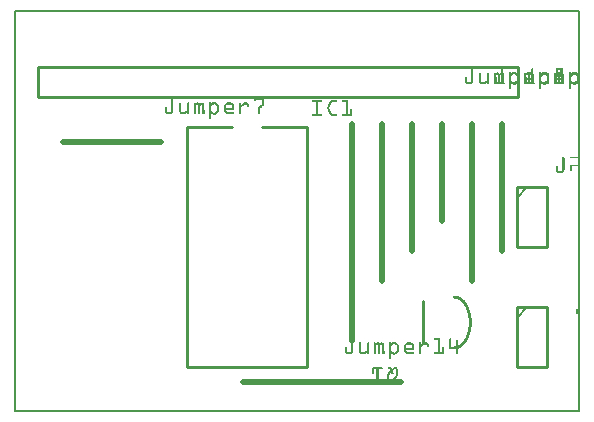
<source format=gto>
G04 MADE WITH FRITZING*
G04 WWW.FRITZING.ORG*
G04 SINGLE SIDED*
G04 HOLES NOT PLATED*
G04 CONTOUR ON CENTER OF CONTOUR VECTOR*
%ASAXBY*%
%FSLAX23Y23*%
%MOIN*%
%OFA0B0*%
%SFA1.0B1.0*%
%ADD10R,1.886540X1.338580X1.870540X1.322580*%
%ADD11C,0.008000*%
%ADD12R,1.610000X0.110000X1.590000X0.090000*%
%ADD13C,0.010000*%
%ADD14C,0.021000*%
%ADD15C,0.005000*%
%ADD16R,0.001000X0.001000*%
%LNSILK1*%
G90*
G70*
G54D11*
X4Y1335D02*
X1883Y1335D01*
X1883Y4D01*
X4Y4D01*
X4Y1335D01*
D02*
G54D13*
X81Y1149D02*
X1681Y1149D01*
X1681Y1049D01*
X81Y1049D01*
X81Y1149D01*
D02*
G54D14*
X164Y899D02*
X489Y899D01*
D02*
X1126Y961D02*
X1126Y236D01*
D02*
X1226Y436D02*
X1226Y961D01*
D02*
X1326Y536D02*
X1326Y961D01*
D02*
X1426Y636D02*
X1426Y961D01*
D02*
X1626Y536D02*
X1626Y961D01*
D02*
X764Y99D02*
X1289Y99D01*
D02*
X1526Y961D02*
X1526Y436D01*
G54D13*
D02*
X1362Y229D02*
X1362Y369D01*
D02*
X1676Y349D02*
X1676Y149D01*
D02*
X1676Y149D02*
X1776Y149D01*
D02*
X1776Y149D02*
X1776Y349D01*
D02*
X1776Y349D02*
X1676Y349D01*
G54D15*
D02*
X1676Y314D02*
X1711Y349D01*
G54D13*
D02*
X1676Y749D02*
X1676Y549D01*
D02*
X1676Y549D02*
X1776Y549D01*
D02*
X1776Y549D02*
X1776Y749D01*
D02*
X1776Y749D02*
X1676Y749D01*
G54D15*
D02*
X1676Y714D02*
X1711Y749D01*
G54D13*
D02*
X576Y949D02*
X576Y149D01*
D02*
X576Y149D02*
X976Y149D01*
D02*
X976Y149D02*
X976Y949D01*
D02*
X576Y949D02*
X726Y949D01*
D02*
X826Y949D02*
X976Y949D01*
G54D16*
X1525Y1145D02*
X1528Y1145D01*
X1625Y1145D02*
X1628Y1145D01*
X1725Y1145D02*
X1728Y1145D01*
X1808Y1145D02*
X1828Y1145D01*
X1524Y1144D02*
X1529Y1144D01*
X1624Y1144D02*
X1629Y1144D01*
X1724Y1144D02*
X1729Y1144D01*
X1807Y1144D02*
X1829Y1144D01*
X1524Y1143D02*
X1530Y1143D01*
X1624Y1143D02*
X1629Y1143D01*
X1724Y1143D02*
X1729Y1143D01*
X1807Y1143D02*
X1829Y1143D01*
X1524Y1142D02*
X1530Y1142D01*
X1624Y1142D02*
X1630Y1142D01*
X1724Y1142D02*
X1730Y1142D01*
X1806Y1142D02*
X1830Y1142D01*
X1524Y1141D02*
X1530Y1141D01*
X1624Y1141D02*
X1630Y1141D01*
X1724Y1141D02*
X1730Y1141D01*
X1806Y1141D02*
X1830Y1141D01*
X1524Y1140D02*
X1530Y1140D01*
X1624Y1140D02*
X1630Y1140D01*
X1724Y1140D02*
X1730Y1140D01*
X1806Y1140D02*
X1830Y1140D01*
X1524Y1139D02*
X1530Y1139D01*
X1624Y1139D02*
X1630Y1139D01*
X1724Y1139D02*
X1730Y1139D01*
X1806Y1139D02*
X1830Y1139D01*
X1524Y1138D02*
X1530Y1138D01*
X1624Y1138D02*
X1630Y1138D01*
X1724Y1138D02*
X1730Y1138D01*
X1806Y1138D02*
X1812Y1138D01*
X1820Y1138D02*
X1830Y1138D01*
X1524Y1137D02*
X1530Y1137D01*
X1624Y1137D02*
X1630Y1137D01*
X1724Y1137D02*
X1730Y1137D01*
X1806Y1137D02*
X1812Y1137D01*
X1820Y1137D02*
X1830Y1137D01*
X1524Y1136D02*
X1530Y1136D01*
X1624Y1136D02*
X1630Y1136D01*
X1724Y1136D02*
X1730Y1136D01*
X1806Y1136D02*
X1812Y1136D01*
X1820Y1136D02*
X1830Y1136D01*
X1524Y1135D02*
X1530Y1135D01*
X1624Y1135D02*
X1630Y1135D01*
X1724Y1135D02*
X1730Y1135D01*
X1806Y1135D02*
X1812Y1135D01*
X1820Y1135D02*
X1830Y1135D01*
X1524Y1134D02*
X1530Y1134D01*
X1624Y1134D02*
X1630Y1134D01*
X1724Y1134D02*
X1730Y1134D01*
X1806Y1134D02*
X1812Y1134D01*
X1820Y1134D02*
X1830Y1134D01*
X1524Y1133D02*
X1530Y1133D01*
X1624Y1133D02*
X1630Y1133D01*
X1724Y1133D02*
X1730Y1133D01*
X1806Y1133D02*
X1812Y1133D01*
X1820Y1133D02*
X1830Y1133D01*
X1524Y1132D02*
X1530Y1132D01*
X1624Y1132D02*
X1630Y1132D01*
X1651Y1132D02*
X1654Y1132D01*
X1663Y1132D02*
X1670Y1132D01*
X1724Y1132D02*
X1730Y1132D01*
X1751Y1132D02*
X1754Y1132D01*
X1763Y1132D02*
X1770Y1132D01*
X1806Y1132D02*
X1812Y1132D01*
X1820Y1132D02*
X1830Y1132D01*
X1851Y1132D02*
X1854Y1132D01*
X1863Y1132D02*
X1870Y1132D01*
X1524Y1131D02*
X1530Y1131D01*
X1580Y1131D02*
X1580Y1131D01*
X1602Y1131D02*
X1602Y1131D01*
X1611Y1131D02*
X1612Y1131D01*
X1624Y1131D02*
X1630Y1131D01*
X1650Y1131D02*
X1655Y1131D01*
X1661Y1131D02*
X1672Y1131D01*
X1680Y1131D02*
X1680Y1131D01*
X1702Y1131D02*
X1702Y1131D01*
X1711Y1131D02*
X1721Y1131D01*
X1724Y1131D02*
X1730Y1131D01*
X1750Y1131D02*
X1755Y1131D01*
X1761Y1131D02*
X1774Y1131D01*
X1780Y1131D02*
X1780Y1131D01*
X1802Y1131D02*
X1802Y1131D01*
X1806Y1131D02*
X1830Y1131D01*
X1850Y1131D02*
X1855Y1131D01*
X1861Y1131D02*
X1874Y1131D01*
X1880Y1131D02*
X1880Y1131D01*
X1524Y1130D02*
X1530Y1130D01*
X1551Y1130D02*
X1554Y1130D01*
X1578Y1130D02*
X1582Y1130D01*
X1600Y1130D02*
X1604Y1130D01*
X1608Y1130D02*
X1615Y1130D01*
X1622Y1130D02*
X1630Y1130D01*
X1650Y1130D02*
X1655Y1130D01*
X1659Y1130D02*
X1674Y1130D01*
X1678Y1130D02*
X1682Y1130D01*
X1700Y1130D02*
X1704Y1130D01*
X1708Y1130D02*
X1730Y1130D01*
X1750Y1130D02*
X1755Y1130D01*
X1759Y1130D02*
X1782Y1130D01*
X1800Y1130D02*
X1804Y1130D01*
X1806Y1130D02*
X1830Y1130D01*
X1850Y1130D02*
X1855Y1130D01*
X1859Y1130D02*
X1882Y1130D01*
X1524Y1129D02*
X1530Y1129D01*
X1550Y1129D02*
X1555Y1129D01*
X1577Y1129D02*
X1583Y1129D01*
X1599Y1129D02*
X1616Y1129D01*
X1620Y1129D02*
X1630Y1129D01*
X1650Y1129D02*
X1656Y1129D01*
X1658Y1129D02*
X1675Y1129D01*
X1677Y1129D02*
X1683Y1129D01*
X1699Y1129D02*
X1730Y1129D01*
X1749Y1129D02*
X1755Y1129D01*
X1758Y1129D02*
X1783Y1129D01*
X1799Y1129D02*
X1830Y1129D01*
X1849Y1129D02*
X1855Y1129D01*
X1858Y1129D02*
X1883Y1129D01*
X1524Y1128D02*
X1530Y1128D01*
X1550Y1128D02*
X1555Y1128D01*
X1577Y1128D02*
X1583Y1128D01*
X1599Y1128D02*
X1617Y1128D01*
X1619Y1128D02*
X1631Y1128D01*
X1650Y1128D02*
X1683Y1128D01*
X1699Y1128D02*
X1730Y1128D01*
X1749Y1128D02*
X1783Y1128D01*
X1799Y1128D02*
X1830Y1128D01*
X1849Y1128D02*
X1883Y1128D01*
X1524Y1127D02*
X1530Y1127D01*
X1550Y1127D02*
X1556Y1127D01*
X1577Y1127D02*
X1583Y1127D01*
X1599Y1127D02*
X1631Y1127D01*
X1650Y1127D02*
X1683Y1127D01*
X1699Y1127D02*
X1731Y1127D01*
X1749Y1127D02*
X1783Y1127D01*
X1799Y1127D02*
X1831Y1127D01*
X1849Y1127D02*
X1883Y1127D01*
X1524Y1126D02*
X1530Y1126D01*
X1550Y1126D02*
X1556Y1126D01*
X1577Y1126D02*
X1583Y1126D01*
X1599Y1126D02*
X1632Y1126D01*
X1650Y1126D02*
X1683Y1126D01*
X1699Y1126D02*
X1732Y1126D01*
X1749Y1126D02*
X1783Y1126D01*
X1799Y1126D02*
X1832Y1126D01*
X1849Y1126D02*
X1883Y1126D01*
X1524Y1125D02*
X1530Y1125D01*
X1550Y1125D02*
X1556Y1125D01*
X1577Y1125D02*
X1583Y1125D01*
X1599Y1125D02*
X1632Y1125D01*
X1650Y1125D02*
X1663Y1125D01*
X1669Y1125D02*
X1683Y1125D01*
X1699Y1125D02*
X1732Y1125D01*
X1749Y1125D02*
X1783Y1125D01*
X1799Y1125D02*
X1832Y1125D01*
X1849Y1125D02*
X1883Y1125D01*
X1524Y1124D02*
X1530Y1124D01*
X1550Y1124D02*
X1556Y1124D01*
X1577Y1124D02*
X1583Y1124D01*
X1599Y1124D02*
X1610Y1124D01*
X1612Y1124D02*
X1632Y1124D01*
X1650Y1124D02*
X1662Y1124D01*
X1671Y1124D02*
X1683Y1124D01*
X1699Y1124D02*
X1732Y1124D01*
X1749Y1124D02*
X1767Y1124D01*
X1771Y1124D02*
X1783Y1124D01*
X1799Y1124D02*
X1832Y1124D01*
X1849Y1124D02*
X1867Y1124D01*
X1871Y1124D02*
X1883Y1124D01*
X1524Y1123D02*
X1530Y1123D01*
X1550Y1123D02*
X1556Y1123D01*
X1577Y1123D02*
X1583Y1123D01*
X1599Y1123D02*
X1609Y1123D01*
X1613Y1123D02*
X1633Y1123D01*
X1650Y1123D02*
X1661Y1123D01*
X1672Y1123D02*
X1683Y1123D01*
X1699Y1123D02*
X1709Y1123D01*
X1713Y1123D02*
X1733Y1123D01*
X1749Y1123D02*
X1766Y1123D01*
X1772Y1123D02*
X1783Y1123D01*
X1799Y1123D02*
X1832Y1123D01*
X1849Y1123D02*
X1866Y1123D01*
X1872Y1123D02*
X1883Y1123D01*
X1524Y1122D02*
X1530Y1122D01*
X1550Y1122D02*
X1556Y1122D01*
X1577Y1122D02*
X1583Y1122D01*
X1599Y1122D02*
X1608Y1122D01*
X1613Y1122D02*
X1622Y1122D01*
X1624Y1122D02*
X1633Y1122D01*
X1650Y1122D02*
X1660Y1122D01*
X1673Y1122D02*
X1683Y1122D01*
X1699Y1122D02*
X1708Y1122D01*
X1713Y1122D02*
X1722Y1122D01*
X1724Y1122D02*
X1733Y1122D01*
X1749Y1122D02*
X1765Y1122D01*
X1773Y1122D02*
X1783Y1122D01*
X1799Y1122D02*
X1833Y1122D01*
X1849Y1122D02*
X1865Y1122D01*
X1873Y1122D02*
X1883Y1122D01*
X1524Y1121D02*
X1530Y1121D01*
X1550Y1121D02*
X1556Y1121D01*
X1577Y1121D02*
X1583Y1121D01*
X1599Y1121D02*
X1607Y1121D01*
X1613Y1121D02*
X1620Y1121D01*
X1624Y1121D02*
X1633Y1121D01*
X1650Y1121D02*
X1659Y1121D01*
X1674Y1121D02*
X1683Y1121D01*
X1699Y1121D02*
X1707Y1121D01*
X1713Y1121D02*
X1720Y1121D01*
X1724Y1121D02*
X1733Y1121D01*
X1749Y1121D02*
X1763Y1121D01*
X1774Y1121D02*
X1783Y1121D01*
X1799Y1121D02*
X1833Y1121D01*
X1849Y1121D02*
X1863Y1121D01*
X1874Y1121D02*
X1883Y1121D01*
X1524Y1120D02*
X1530Y1120D01*
X1550Y1120D02*
X1556Y1120D01*
X1577Y1120D02*
X1583Y1120D01*
X1599Y1120D02*
X1605Y1120D01*
X1613Y1120D02*
X1619Y1120D01*
X1624Y1120D02*
X1633Y1120D01*
X1650Y1120D02*
X1658Y1120D01*
X1675Y1120D02*
X1683Y1120D01*
X1699Y1120D02*
X1706Y1120D01*
X1713Y1120D02*
X1719Y1120D01*
X1724Y1120D02*
X1733Y1120D01*
X1749Y1120D02*
X1762Y1120D01*
X1775Y1120D02*
X1783Y1120D01*
X1799Y1120D02*
X1833Y1120D01*
X1849Y1120D02*
X1862Y1120D01*
X1875Y1120D02*
X1883Y1120D01*
X1524Y1119D02*
X1530Y1119D01*
X1550Y1119D02*
X1556Y1119D01*
X1577Y1119D02*
X1583Y1119D01*
X1599Y1119D02*
X1605Y1119D01*
X1613Y1119D02*
X1619Y1119D01*
X1624Y1119D02*
X1633Y1119D01*
X1650Y1119D02*
X1657Y1119D01*
X1676Y1119D02*
X1683Y1119D01*
X1699Y1119D02*
X1706Y1119D01*
X1713Y1119D02*
X1719Y1119D01*
X1724Y1119D02*
X1733Y1119D01*
X1749Y1119D02*
X1761Y1119D01*
X1776Y1119D02*
X1783Y1119D01*
X1799Y1119D02*
X1833Y1119D01*
X1849Y1119D02*
X1861Y1119D01*
X1876Y1119D02*
X1883Y1119D01*
X1524Y1118D02*
X1530Y1118D01*
X1550Y1118D02*
X1556Y1118D01*
X1577Y1118D02*
X1583Y1118D01*
X1599Y1118D02*
X1605Y1118D01*
X1613Y1118D02*
X1619Y1118D01*
X1624Y1118D02*
X1633Y1118D01*
X1650Y1118D02*
X1656Y1118D01*
X1677Y1118D02*
X1683Y1118D01*
X1699Y1118D02*
X1706Y1118D01*
X1713Y1118D02*
X1719Y1118D01*
X1724Y1118D02*
X1733Y1118D01*
X1749Y1118D02*
X1760Y1118D01*
X1777Y1118D02*
X1783Y1118D01*
X1799Y1118D02*
X1833Y1118D01*
X1849Y1118D02*
X1860Y1118D01*
X1877Y1118D02*
X1883Y1118D01*
X1524Y1117D02*
X1530Y1117D01*
X1550Y1117D02*
X1556Y1117D01*
X1577Y1117D02*
X1583Y1117D01*
X1599Y1117D02*
X1605Y1117D01*
X1613Y1117D02*
X1619Y1117D01*
X1624Y1117D02*
X1633Y1117D01*
X1650Y1117D02*
X1656Y1117D01*
X1677Y1117D02*
X1683Y1117D01*
X1699Y1117D02*
X1706Y1117D01*
X1713Y1117D02*
X1719Y1117D01*
X1724Y1117D02*
X1733Y1117D01*
X1749Y1117D02*
X1759Y1117D01*
X1777Y1117D02*
X1783Y1117D01*
X1799Y1117D02*
X1833Y1117D01*
X1849Y1117D02*
X1859Y1117D01*
X1877Y1117D02*
X1883Y1117D01*
X1505Y1116D02*
X1507Y1116D01*
X1524Y1116D02*
X1530Y1116D01*
X1550Y1116D02*
X1556Y1116D01*
X1577Y1116D02*
X1583Y1116D01*
X1599Y1116D02*
X1607Y1116D01*
X1613Y1116D02*
X1619Y1116D01*
X1624Y1116D02*
X1633Y1116D01*
X1650Y1116D02*
X1656Y1116D01*
X1677Y1116D02*
X1683Y1116D01*
X1699Y1116D02*
X1707Y1116D01*
X1713Y1116D02*
X1719Y1116D01*
X1724Y1116D02*
X1733Y1116D01*
X1749Y1116D02*
X1758Y1116D01*
X1777Y1116D02*
X1783Y1116D01*
X1799Y1116D02*
X1833Y1116D01*
X1849Y1116D02*
X1858Y1116D01*
X1877Y1116D02*
X1883Y1116D01*
X1504Y1115D02*
X1508Y1115D01*
X1524Y1115D02*
X1530Y1115D01*
X1550Y1115D02*
X1556Y1115D01*
X1577Y1115D02*
X1583Y1115D01*
X1599Y1115D02*
X1608Y1115D01*
X1613Y1115D02*
X1619Y1115D01*
X1624Y1115D02*
X1633Y1115D01*
X1650Y1115D02*
X1656Y1115D01*
X1677Y1115D02*
X1683Y1115D01*
X1699Y1115D02*
X1708Y1115D01*
X1713Y1115D02*
X1719Y1115D01*
X1724Y1115D02*
X1733Y1115D01*
X1749Y1115D02*
X1756Y1115D01*
X1777Y1115D02*
X1783Y1115D01*
X1799Y1115D02*
X1808Y1115D01*
X1813Y1115D02*
X1819Y1115D01*
X1824Y1115D02*
X1833Y1115D01*
X1849Y1115D02*
X1856Y1115D01*
X1877Y1115D02*
X1883Y1115D01*
X1503Y1114D02*
X1509Y1114D01*
X1524Y1114D02*
X1530Y1114D01*
X1550Y1114D02*
X1556Y1114D01*
X1577Y1114D02*
X1583Y1114D01*
X1599Y1114D02*
X1609Y1114D01*
X1613Y1114D02*
X1619Y1114D01*
X1624Y1114D02*
X1633Y1114D01*
X1650Y1114D02*
X1656Y1114D01*
X1677Y1114D02*
X1683Y1114D01*
X1699Y1114D02*
X1709Y1114D01*
X1713Y1114D02*
X1719Y1114D01*
X1724Y1114D02*
X1733Y1114D01*
X1749Y1114D02*
X1756Y1114D01*
X1777Y1114D02*
X1783Y1114D01*
X1799Y1114D02*
X1809Y1114D01*
X1813Y1114D02*
X1819Y1114D01*
X1824Y1114D02*
X1833Y1114D01*
X1849Y1114D02*
X1856Y1114D01*
X1877Y1114D02*
X1883Y1114D01*
X1503Y1113D02*
X1509Y1113D01*
X1524Y1113D02*
X1530Y1113D01*
X1550Y1113D02*
X1556Y1113D01*
X1577Y1113D02*
X1583Y1113D01*
X1599Y1113D02*
X1609Y1113D01*
X1613Y1113D02*
X1619Y1113D01*
X1624Y1113D02*
X1633Y1113D01*
X1650Y1113D02*
X1656Y1113D01*
X1677Y1113D02*
X1683Y1113D01*
X1699Y1113D02*
X1733Y1113D01*
X1749Y1113D02*
X1756Y1113D01*
X1777Y1113D02*
X1783Y1113D01*
X1799Y1113D02*
X1833Y1113D01*
X1849Y1113D02*
X1856Y1113D01*
X1877Y1113D02*
X1883Y1113D01*
X1503Y1112D02*
X1509Y1112D01*
X1524Y1112D02*
X1530Y1112D01*
X1550Y1112D02*
X1556Y1112D01*
X1577Y1112D02*
X1583Y1112D01*
X1599Y1112D02*
X1609Y1112D01*
X1613Y1112D02*
X1619Y1112D01*
X1624Y1112D02*
X1633Y1112D01*
X1650Y1112D02*
X1656Y1112D01*
X1677Y1112D02*
X1683Y1112D01*
X1699Y1112D02*
X1733Y1112D01*
X1749Y1112D02*
X1756Y1112D01*
X1777Y1112D02*
X1783Y1112D01*
X1799Y1112D02*
X1833Y1112D01*
X1849Y1112D02*
X1856Y1112D01*
X1877Y1112D02*
X1883Y1112D01*
X1503Y1111D02*
X1509Y1111D01*
X1524Y1111D02*
X1530Y1111D01*
X1550Y1111D02*
X1556Y1111D01*
X1577Y1111D02*
X1583Y1111D01*
X1599Y1111D02*
X1609Y1111D01*
X1613Y1111D02*
X1619Y1111D01*
X1624Y1111D02*
X1633Y1111D01*
X1650Y1111D02*
X1656Y1111D01*
X1677Y1111D02*
X1683Y1111D01*
X1699Y1111D02*
X1733Y1111D01*
X1749Y1111D02*
X1756Y1111D01*
X1777Y1111D02*
X1783Y1111D01*
X1799Y1111D02*
X1833Y1111D01*
X1849Y1111D02*
X1856Y1111D01*
X1877Y1111D02*
X1883Y1111D01*
X1503Y1110D02*
X1509Y1110D01*
X1524Y1110D02*
X1530Y1110D01*
X1550Y1110D02*
X1556Y1110D01*
X1577Y1110D02*
X1583Y1110D01*
X1599Y1110D02*
X1609Y1110D01*
X1613Y1110D02*
X1619Y1110D01*
X1624Y1110D02*
X1633Y1110D01*
X1650Y1110D02*
X1656Y1110D01*
X1677Y1110D02*
X1683Y1110D01*
X1699Y1110D02*
X1733Y1110D01*
X1749Y1110D02*
X1756Y1110D01*
X1777Y1110D02*
X1783Y1110D01*
X1799Y1110D02*
X1833Y1110D01*
X1849Y1110D02*
X1856Y1110D01*
X1877Y1110D02*
X1883Y1110D01*
X1503Y1109D02*
X1509Y1109D01*
X1524Y1109D02*
X1530Y1109D01*
X1550Y1109D02*
X1556Y1109D01*
X1577Y1109D02*
X1583Y1109D01*
X1599Y1109D02*
X1609Y1109D01*
X1613Y1109D02*
X1619Y1109D01*
X1624Y1109D02*
X1633Y1109D01*
X1650Y1109D02*
X1656Y1109D01*
X1677Y1109D02*
X1683Y1109D01*
X1699Y1109D02*
X1733Y1109D01*
X1749Y1109D02*
X1756Y1109D01*
X1777Y1109D02*
X1783Y1109D01*
X1799Y1109D02*
X1833Y1109D01*
X1849Y1109D02*
X1856Y1109D01*
X1877Y1109D02*
X1883Y1109D01*
X1503Y1108D02*
X1509Y1108D01*
X1524Y1108D02*
X1530Y1108D01*
X1550Y1108D02*
X1556Y1108D01*
X1577Y1108D02*
X1583Y1108D01*
X1599Y1108D02*
X1609Y1108D01*
X1613Y1108D02*
X1619Y1108D01*
X1624Y1108D02*
X1633Y1108D01*
X1650Y1108D02*
X1656Y1108D01*
X1677Y1108D02*
X1683Y1108D01*
X1699Y1108D02*
X1733Y1108D01*
X1749Y1108D02*
X1756Y1108D01*
X1777Y1108D02*
X1783Y1108D01*
X1799Y1108D02*
X1833Y1108D01*
X1849Y1108D02*
X1856Y1108D01*
X1877Y1108D02*
X1883Y1108D01*
X1503Y1107D02*
X1509Y1107D01*
X1524Y1107D02*
X1530Y1107D01*
X1550Y1107D02*
X1556Y1107D01*
X1577Y1107D02*
X1583Y1107D01*
X1599Y1107D02*
X1609Y1107D01*
X1613Y1107D02*
X1619Y1107D01*
X1624Y1107D02*
X1633Y1107D01*
X1650Y1107D02*
X1656Y1107D01*
X1677Y1107D02*
X1683Y1107D01*
X1699Y1107D02*
X1733Y1107D01*
X1749Y1107D02*
X1756Y1107D01*
X1777Y1107D02*
X1783Y1107D01*
X1799Y1107D02*
X1833Y1107D01*
X1849Y1107D02*
X1856Y1107D01*
X1877Y1107D02*
X1883Y1107D01*
X1503Y1106D02*
X1509Y1106D01*
X1524Y1106D02*
X1530Y1106D01*
X1550Y1106D02*
X1556Y1106D01*
X1577Y1106D02*
X1583Y1106D01*
X1599Y1106D02*
X1609Y1106D01*
X1613Y1106D02*
X1619Y1106D01*
X1624Y1106D02*
X1633Y1106D01*
X1650Y1106D02*
X1656Y1106D01*
X1677Y1106D02*
X1683Y1106D01*
X1699Y1106D02*
X1709Y1106D01*
X1713Y1106D02*
X1719Y1106D01*
X1724Y1106D02*
X1733Y1106D01*
X1749Y1106D02*
X1756Y1106D01*
X1777Y1106D02*
X1783Y1106D01*
X1799Y1106D02*
X1809Y1106D01*
X1813Y1106D02*
X1819Y1106D01*
X1824Y1106D02*
X1833Y1106D01*
X1849Y1106D02*
X1856Y1106D01*
X1877Y1106D02*
X1883Y1106D01*
X1503Y1105D02*
X1509Y1105D01*
X1524Y1105D02*
X1530Y1105D01*
X1550Y1105D02*
X1556Y1105D01*
X1576Y1105D02*
X1583Y1105D01*
X1599Y1105D02*
X1609Y1105D01*
X1613Y1105D02*
X1619Y1105D01*
X1624Y1105D02*
X1633Y1105D01*
X1650Y1105D02*
X1656Y1105D01*
X1676Y1105D02*
X1683Y1105D01*
X1699Y1105D02*
X1709Y1105D01*
X1713Y1105D02*
X1719Y1105D01*
X1724Y1105D02*
X1733Y1105D01*
X1749Y1105D02*
X1756Y1105D01*
X1776Y1105D02*
X1783Y1105D01*
X1799Y1105D02*
X1809Y1105D01*
X1813Y1105D02*
X1819Y1105D01*
X1824Y1105D02*
X1833Y1105D01*
X1849Y1105D02*
X1856Y1105D01*
X1876Y1105D02*
X1883Y1105D01*
X1503Y1104D02*
X1509Y1104D01*
X1524Y1104D02*
X1530Y1104D01*
X1550Y1104D02*
X1556Y1104D01*
X1574Y1104D02*
X1583Y1104D01*
X1599Y1104D02*
X1609Y1104D01*
X1613Y1104D02*
X1619Y1104D01*
X1624Y1104D02*
X1633Y1104D01*
X1650Y1104D02*
X1657Y1104D01*
X1674Y1104D02*
X1683Y1104D01*
X1699Y1104D02*
X1709Y1104D01*
X1713Y1104D02*
X1719Y1104D01*
X1724Y1104D02*
X1733Y1104D01*
X1749Y1104D02*
X1757Y1104D01*
X1774Y1104D02*
X1783Y1104D01*
X1799Y1104D02*
X1809Y1104D01*
X1813Y1104D02*
X1819Y1104D01*
X1824Y1104D02*
X1833Y1104D01*
X1849Y1104D02*
X1857Y1104D01*
X1874Y1104D02*
X1883Y1104D01*
X1503Y1103D02*
X1509Y1103D01*
X1524Y1103D02*
X1530Y1103D01*
X1550Y1103D02*
X1556Y1103D01*
X1573Y1103D02*
X1583Y1103D01*
X1599Y1103D02*
X1609Y1103D01*
X1613Y1103D02*
X1619Y1103D01*
X1624Y1103D02*
X1633Y1103D01*
X1650Y1103D02*
X1658Y1103D01*
X1673Y1103D02*
X1683Y1103D01*
X1699Y1103D02*
X1709Y1103D01*
X1713Y1103D02*
X1719Y1103D01*
X1724Y1103D02*
X1733Y1103D01*
X1749Y1103D02*
X1758Y1103D01*
X1772Y1103D02*
X1783Y1103D01*
X1799Y1103D02*
X1809Y1103D01*
X1813Y1103D02*
X1819Y1103D01*
X1824Y1103D02*
X1833Y1103D01*
X1849Y1103D02*
X1858Y1103D01*
X1872Y1103D02*
X1883Y1103D01*
X1503Y1102D02*
X1509Y1102D01*
X1524Y1102D02*
X1530Y1102D01*
X1550Y1102D02*
X1556Y1102D01*
X1571Y1102D02*
X1583Y1102D01*
X1599Y1102D02*
X1609Y1102D01*
X1613Y1102D02*
X1619Y1102D01*
X1624Y1102D02*
X1633Y1102D01*
X1650Y1102D02*
X1659Y1102D01*
X1671Y1102D02*
X1683Y1102D01*
X1699Y1102D02*
X1709Y1102D01*
X1713Y1102D02*
X1719Y1102D01*
X1724Y1102D02*
X1733Y1102D01*
X1749Y1102D02*
X1759Y1102D01*
X1771Y1102D02*
X1783Y1102D01*
X1799Y1102D02*
X1809Y1102D01*
X1813Y1102D02*
X1819Y1102D01*
X1824Y1102D02*
X1833Y1102D01*
X1849Y1102D02*
X1859Y1102D01*
X1871Y1102D02*
X1883Y1102D01*
X1503Y1101D02*
X1509Y1101D01*
X1523Y1101D02*
X1530Y1101D01*
X1550Y1101D02*
X1557Y1101D01*
X1569Y1101D02*
X1583Y1101D01*
X1599Y1101D02*
X1609Y1101D01*
X1613Y1101D02*
X1619Y1101D01*
X1623Y1101D02*
X1633Y1101D01*
X1650Y1101D02*
X1660Y1101D01*
X1669Y1101D02*
X1683Y1101D01*
X1699Y1101D02*
X1709Y1101D01*
X1713Y1101D02*
X1719Y1101D01*
X1723Y1101D02*
X1733Y1101D01*
X1749Y1101D02*
X1760Y1101D01*
X1769Y1101D02*
X1783Y1101D01*
X1799Y1101D02*
X1809Y1101D01*
X1813Y1101D02*
X1819Y1101D01*
X1823Y1101D02*
X1833Y1101D01*
X1849Y1101D02*
X1860Y1101D01*
X1869Y1101D02*
X1883Y1101D01*
X1503Y1100D02*
X1510Y1100D01*
X1523Y1100D02*
X1529Y1100D01*
X1551Y1100D02*
X1557Y1100D01*
X1568Y1100D02*
X1583Y1100D01*
X1599Y1100D02*
X1610Y1100D01*
X1613Y1100D02*
X1619Y1100D01*
X1623Y1100D02*
X1633Y1100D01*
X1650Y1100D02*
X1661Y1100D01*
X1668Y1100D02*
X1683Y1100D01*
X1699Y1100D02*
X1710Y1100D01*
X1713Y1100D02*
X1719Y1100D01*
X1723Y1100D02*
X1733Y1100D01*
X1749Y1100D02*
X1761Y1100D01*
X1768Y1100D02*
X1783Y1100D01*
X1799Y1100D02*
X1810Y1100D01*
X1813Y1100D02*
X1819Y1100D01*
X1823Y1100D02*
X1833Y1100D01*
X1849Y1100D02*
X1861Y1100D01*
X1868Y1100D02*
X1883Y1100D01*
X1503Y1099D02*
X1511Y1099D01*
X1521Y1099D02*
X1529Y1099D01*
X1551Y1099D02*
X1558Y1099D01*
X1566Y1099D02*
X1583Y1099D01*
X1599Y1099D02*
X1611Y1099D01*
X1613Y1099D02*
X1619Y1099D01*
X1621Y1099D02*
X1633Y1099D01*
X1650Y1099D02*
X1662Y1099D01*
X1666Y1099D02*
X1683Y1099D01*
X1699Y1099D02*
X1711Y1099D01*
X1713Y1099D02*
X1719Y1099D01*
X1721Y1099D02*
X1733Y1099D01*
X1749Y1099D02*
X1762Y1099D01*
X1766Y1099D02*
X1783Y1099D01*
X1799Y1099D02*
X1811Y1099D01*
X1813Y1099D02*
X1819Y1099D01*
X1821Y1099D02*
X1833Y1099D01*
X1849Y1099D02*
X1862Y1099D01*
X1866Y1099D02*
X1883Y1099D01*
X1504Y1098D02*
X1529Y1098D01*
X1551Y1098D02*
X1583Y1098D01*
X1599Y1098D02*
X1633Y1098D01*
X1650Y1098D02*
X1683Y1098D01*
X1699Y1098D02*
X1733Y1098D01*
X1749Y1098D02*
X1783Y1098D01*
X1799Y1098D02*
X1833Y1098D01*
X1849Y1098D02*
X1883Y1098D01*
X1504Y1097D02*
X1528Y1097D01*
X1552Y1097D02*
X1575Y1097D01*
X1577Y1097D02*
X1583Y1097D01*
X1599Y1097D02*
X1634Y1097D01*
X1650Y1097D02*
X1683Y1097D01*
X1699Y1097D02*
X1733Y1097D01*
X1749Y1097D02*
X1783Y1097D01*
X1799Y1097D02*
X1833Y1097D01*
X1849Y1097D02*
X1883Y1097D01*
X1505Y1096D02*
X1528Y1096D01*
X1552Y1096D02*
X1574Y1096D01*
X1577Y1096D02*
X1583Y1096D01*
X1599Y1096D02*
X1634Y1096D01*
X1650Y1096D02*
X1683Y1096D01*
X1699Y1096D02*
X1734Y1096D01*
X1749Y1096D02*
X1783Y1096D01*
X1799Y1096D02*
X1834Y1096D01*
X1849Y1096D02*
X1883Y1096D01*
X1506Y1095D02*
X1527Y1095D01*
X1553Y1095D02*
X1572Y1095D01*
X1577Y1095D02*
X1583Y1095D01*
X1599Y1095D02*
X1634Y1095D01*
X1650Y1095D02*
X1683Y1095D01*
X1699Y1095D02*
X1734Y1095D01*
X1749Y1095D02*
X1783Y1095D01*
X1799Y1095D02*
X1833Y1095D01*
X1849Y1095D02*
X1883Y1095D01*
X1507Y1094D02*
X1526Y1094D01*
X1554Y1094D02*
X1570Y1094D01*
X1577Y1094D02*
X1583Y1094D01*
X1599Y1094D02*
X1605Y1094D01*
X1607Y1094D02*
X1626Y1094D01*
X1628Y1094D02*
X1633Y1094D01*
X1650Y1094D02*
X1675Y1094D01*
X1677Y1094D02*
X1683Y1094D01*
X1699Y1094D02*
X1733Y1094D01*
X1749Y1094D02*
X1775Y1094D01*
X1777Y1094D02*
X1783Y1094D01*
X1799Y1094D02*
X1833Y1094D01*
X1849Y1094D02*
X1875Y1094D01*
X1877Y1094D02*
X1883Y1094D01*
X1508Y1093D02*
X1524Y1093D01*
X1556Y1093D02*
X1569Y1093D01*
X1578Y1093D02*
X1582Y1093D01*
X1600Y1093D02*
X1604Y1093D01*
X1608Y1093D02*
X1624Y1093D01*
X1628Y1093D02*
X1633Y1093D01*
X1650Y1093D02*
X1674Y1093D01*
X1678Y1093D02*
X1682Y1093D01*
X1700Y1093D02*
X1704Y1093D01*
X1707Y1093D02*
X1733Y1093D01*
X1749Y1093D02*
X1774Y1093D01*
X1778Y1093D02*
X1782Y1093D01*
X1800Y1093D02*
X1833Y1093D01*
X1849Y1093D02*
X1874Y1093D01*
X1878Y1093D02*
X1882Y1093D01*
X1511Y1092D02*
X1522Y1092D01*
X1558Y1092D02*
X1566Y1092D01*
X1579Y1092D02*
X1581Y1092D01*
X1601Y1092D02*
X1603Y1092D01*
X1611Y1092D02*
X1622Y1092D01*
X1630Y1092D02*
X1632Y1092D01*
X1650Y1092D02*
X1656Y1092D01*
X1658Y1092D02*
X1672Y1092D01*
X1679Y1092D02*
X1681Y1092D01*
X1701Y1092D02*
X1703Y1092D01*
X1710Y1092D02*
X1731Y1092D01*
X1749Y1092D02*
X1756Y1092D01*
X1758Y1092D02*
X1772Y1092D01*
X1779Y1092D02*
X1781Y1092D01*
X1801Y1092D02*
X1831Y1092D01*
X1849Y1092D02*
X1855Y1092D01*
X1858Y1092D02*
X1872Y1092D01*
X1879Y1092D02*
X1881Y1092D01*
X1650Y1091D02*
X1656Y1091D01*
X1662Y1091D02*
X1671Y1091D01*
X1749Y1091D02*
X1756Y1091D01*
X1762Y1091D02*
X1771Y1091D01*
X1849Y1091D02*
X1855Y1091D01*
X1862Y1091D02*
X1871Y1091D01*
X1650Y1090D02*
X1656Y1090D01*
X1749Y1090D02*
X1756Y1090D01*
X1849Y1090D02*
X1855Y1090D01*
X1650Y1089D02*
X1656Y1089D01*
X1749Y1089D02*
X1756Y1089D01*
X1849Y1089D02*
X1855Y1089D01*
X1650Y1088D02*
X1656Y1088D01*
X1749Y1088D02*
X1756Y1088D01*
X1849Y1088D02*
X1855Y1088D01*
X1650Y1087D02*
X1656Y1087D01*
X1749Y1087D02*
X1756Y1087D01*
X1849Y1087D02*
X1855Y1087D01*
X1650Y1086D02*
X1656Y1086D01*
X1749Y1086D02*
X1756Y1086D01*
X1849Y1086D02*
X1855Y1086D01*
X1650Y1085D02*
X1656Y1085D01*
X1749Y1085D02*
X1756Y1085D01*
X1849Y1085D02*
X1855Y1085D01*
X1650Y1084D02*
X1656Y1084D01*
X1749Y1084D02*
X1756Y1084D01*
X1849Y1084D02*
X1855Y1084D01*
X1650Y1083D02*
X1656Y1083D01*
X1749Y1083D02*
X1756Y1083D01*
X1849Y1083D02*
X1855Y1083D01*
X1650Y1082D02*
X1656Y1082D01*
X1749Y1082D02*
X1756Y1082D01*
X1849Y1082D02*
X1855Y1082D01*
X1650Y1081D02*
X1656Y1081D01*
X1749Y1081D02*
X1756Y1081D01*
X1849Y1081D02*
X1855Y1081D01*
X1650Y1080D02*
X1655Y1080D01*
X1750Y1080D02*
X1755Y1080D01*
X1850Y1080D02*
X1855Y1080D01*
X1650Y1079D02*
X1655Y1079D01*
X1750Y1079D02*
X1755Y1079D01*
X1850Y1079D02*
X1855Y1079D01*
X1651Y1078D02*
X1654Y1078D01*
X1751Y1078D02*
X1754Y1078D01*
X1851Y1078D02*
X1854Y1078D01*
X525Y1045D02*
X529Y1045D01*
X801Y1045D02*
X833Y1045D01*
X524Y1044D02*
X529Y1044D01*
X800Y1044D02*
X833Y1044D01*
X524Y1043D02*
X530Y1043D01*
X800Y1043D02*
X833Y1043D01*
X524Y1042D02*
X530Y1042D01*
X800Y1042D02*
X833Y1042D01*
X524Y1041D02*
X530Y1041D01*
X800Y1041D02*
X833Y1041D01*
X524Y1040D02*
X530Y1040D01*
X800Y1040D02*
X833Y1040D01*
X524Y1039D02*
X530Y1039D01*
X800Y1039D02*
X833Y1039D01*
X995Y1039D02*
X1026Y1039D01*
X1058Y1039D02*
X1076Y1039D01*
X1095Y1039D02*
X1113Y1039D01*
X524Y1038D02*
X530Y1038D01*
X800Y1038D02*
X805Y1038D01*
X827Y1038D02*
X833Y1038D01*
X994Y1038D02*
X1027Y1038D01*
X1056Y1038D02*
X1077Y1038D01*
X1094Y1038D02*
X1113Y1038D01*
X524Y1037D02*
X530Y1037D01*
X801Y1037D02*
X805Y1037D01*
X827Y1037D02*
X833Y1037D01*
X994Y1037D02*
X1027Y1037D01*
X1055Y1037D02*
X1077Y1037D01*
X1094Y1037D02*
X1113Y1037D01*
X524Y1036D02*
X530Y1036D01*
X803Y1036D02*
X803Y1036D01*
X827Y1036D02*
X833Y1036D01*
X994Y1036D02*
X1027Y1036D01*
X1054Y1036D02*
X1077Y1036D01*
X1094Y1036D02*
X1113Y1036D01*
X524Y1035D02*
X530Y1035D01*
X827Y1035D02*
X833Y1035D01*
X994Y1035D02*
X1027Y1035D01*
X1053Y1035D02*
X1077Y1035D01*
X1094Y1035D02*
X1113Y1035D01*
X524Y1034D02*
X530Y1034D01*
X827Y1034D02*
X833Y1034D01*
X995Y1034D02*
X1026Y1034D01*
X1052Y1034D02*
X1076Y1034D01*
X1095Y1034D02*
X1113Y1034D01*
X524Y1033D02*
X530Y1033D01*
X827Y1033D02*
X833Y1033D01*
X996Y1033D02*
X1025Y1033D01*
X1052Y1033D02*
X1075Y1033D01*
X1096Y1033D02*
X1113Y1033D01*
X524Y1032D02*
X530Y1032D01*
X651Y1032D02*
X654Y1032D01*
X663Y1032D02*
X670Y1032D01*
X827Y1032D02*
X833Y1032D01*
X1007Y1032D02*
X1013Y1032D01*
X1051Y1032D02*
X1059Y1032D01*
X1107Y1032D02*
X1113Y1032D01*
X524Y1031D02*
X530Y1031D01*
X553Y1031D02*
X553Y1031D01*
X580Y1031D02*
X581Y1031D01*
X602Y1031D02*
X602Y1031D01*
X611Y1031D02*
X612Y1031D01*
X650Y1031D02*
X655Y1031D01*
X661Y1031D02*
X672Y1031D01*
X711Y1031D02*
X722Y1031D01*
X753Y1031D02*
X753Y1031D01*
X766Y1031D02*
X774Y1031D01*
X827Y1031D02*
X833Y1031D01*
X1007Y1031D02*
X1013Y1031D01*
X1051Y1031D02*
X1058Y1031D01*
X1107Y1031D02*
X1113Y1031D01*
X524Y1030D02*
X530Y1030D01*
X551Y1030D02*
X555Y1030D01*
X578Y1030D02*
X582Y1030D01*
X600Y1030D02*
X604Y1030D01*
X608Y1030D02*
X615Y1030D01*
X622Y1030D02*
X628Y1030D01*
X650Y1030D02*
X656Y1030D01*
X660Y1030D02*
X674Y1030D01*
X708Y1030D02*
X725Y1030D01*
X751Y1030D02*
X755Y1030D01*
X764Y1030D02*
X778Y1030D01*
X827Y1030D02*
X833Y1030D01*
X1007Y1030D02*
X1013Y1030D01*
X1050Y1030D02*
X1057Y1030D01*
X1107Y1030D02*
X1113Y1030D01*
X524Y1029D02*
X530Y1029D01*
X550Y1029D02*
X555Y1029D01*
X578Y1029D02*
X583Y1029D01*
X600Y1029D02*
X617Y1029D01*
X620Y1029D02*
X630Y1029D01*
X650Y1029D02*
X656Y1029D01*
X659Y1029D02*
X675Y1029D01*
X706Y1029D02*
X727Y1029D01*
X750Y1029D02*
X755Y1029D01*
X763Y1029D02*
X779Y1029D01*
X827Y1029D02*
X833Y1029D01*
X1007Y1029D02*
X1013Y1029D01*
X1050Y1029D02*
X1057Y1029D01*
X1107Y1029D02*
X1113Y1029D01*
X524Y1028D02*
X530Y1028D01*
X550Y1028D02*
X556Y1028D01*
X577Y1028D02*
X583Y1028D01*
X599Y1028D02*
X631Y1028D01*
X650Y1028D02*
X656Y1028D01*
X658Y1028D02*
X676Y1028D01*
X705Y1028D02*
X728Y1028D01*
X750Y1028D02*
X756Y1028D01*
X762Y1028D02*
X780Y1028D01*
X827Y1028D02*
X833Y1028D01*
X1007Y1028D02*
X1013Y1028D01*
X1049Y1028D02*
X1056Y1028D01*
X1107Y1028D02*
X1113Y1028D01*
X524Y1027D02*
X530Y1027D01*
X550Y1027D02*
X556Y1027D01*
X577Y1027D02*
X583Y1027D01*
X599Y1027D02*
X632Y1027D01*
X650Y1027D02*
X677Y1027D01*
X704Y1027D02*
X729Y1027D01*
X750Y1027D02*
X756Y1027D01*
X761Y1027D02*
X781Y1027D01*
X827Y1027D02*
X833Y1027D01*
X1007Y1027D02*
X1013Y1027D01*
X1049Y1027D02*
X1056Y1027D01*
X1107Y1027D02*
X1113Y1027D01*
X524Y1026D02*
X530Y1026D01*
X550Y1026D02*
X556Y1026D01*
X577Y1026D02*
X583Y1026D01*
X599Y1026D02*
X632Y1026D01*
X650Y1026D02*
X678Y1026D01*
X703Y1026D02*
X730Y1026D01*
X750Y1026D02*
X756Y1026D01*
X760Y1026D02*
X782Y1026D01*
X827Y1026D02*
X833Y1026D01*
X1007Y1026D02*
X1013Y1026D01*
X1048Y1026D02*
X1055Y1026D01*
X1107Y1026D02*
X1113Y1026D01*
X524Y1025D02*
X530Y1025D01*
X550Y1025D02*
X556Y1025D01*
X577Y1025D02*
X583Y1025D01*
X599Y1025D02*
X633Y1025D01*
X650Y1025D02*
X664Y1025D01*
X670Y1025D02*
X680Y1025D01*
X702Y1025D02*
X731Y1025D01*
X750Y1025D02*
X756Y1025D01*
X759Y1025D02*
X782Y1025D01*
X826Y1025D02*
X833Y1025D01*
X1007Y1025D02*
X1013Y1025D01*
X1048Y1025D02*
X1055Y1025D01*
X1107Y1025D02*
X1113Y1025D01*
X524Y1024D02*
X530Y1024D01*
X550Y1024D02*
X556Y1024D01*
X577Y1024D02*
X583Y1024D01*
X599Y1024D02*
X610Y1024D01*
X613Y1024D02*
X624Y1024D01*
X626Y1024D02*
X633Y1024D01*
X650Y1024D02*
X662Y1024D01*
X671Y1024D02*
X681Y1024D01*
X701Y1024D02*
X711Y1024D01*
X722Y1024D02*
X732Y1024D01*
X750Y1024D02*
X767Y1024D01*
X774Y1024D02*
X783Y1024D01*
X825Y1024D02*
X833Y1024D01*
X1007Y1024D02*
X1013Y1024D01*
X1047Y1024D02*
X1054Y1024D01*
X1107Y1024D02*
X1113Y1024D01*
X524Y1023D02*
X530Y1023D01*
X550Y1023D02*
X556Y1023D01*
X577Y1023D02*
X583Y1023D01*
X599Y1023D02*
X609Y1023D01*
X613Y1023D02*
X623Y1023D01*
X627Y1023D02*
X633Y1023D01*
X650Y1023D02*
X661Y1023D01*
X672Y1023D02*
X681Y1023D01*
X701Y1023D02*
X709Y1023D01*
X724Y1023D02*
X732Y1023D01*
X750Y1023D02*
X766Y1023D01*
X776Y1023D02*
X783Y1023D01*
X823Y1023D02*
X833Y1023D01*
X1007Y1023D02*
X1013Y1023D01*
X1047Y1023D02*
X1054Y1023D01*
X1107Y1023D02*
X1113Y1023D01*
X524Y1022D02*
X530Y1022D01*
X550Y1022D02*
X556Y1022D01*
X577Y1022D02*
X583Y1022D01*
X599Y1022D02*
X608Y1022D01*
X614Y1022D02*
X622Y1022D01*
X627Y1022D02*
X633Y1022D01*
X650Y1022D02*
X660Y1022D01*
X673Y1022D02*
X682Y1022D01*
X700Y1022D02*
X708Y1022D01*
X725Y1022D02*
X733Y1022D01*
X750Y1022D02*
X765Y1022D01*
X777Y1022D02*
X783Y1022D01*
X822Y1022D02*
X832Y1022D01*
X1007Y1022D02*
X1013Y1022D01*
X1046Y1022D02*
X1053Y1022D01*
X1107Y1022D02*
X1113Y1022D01*
X524Y1021D02*
X530Y1021D01*
X550Y1021D02*
X556Y1021D01*
X577Y1021D02*
X583Y1021D01*
X599Y1021D02*
X607Y1021D01*
X614Y1021D02*
X621Y1021D01*
X627Y1021D02*
X633Y1021D01*
X650Y1021D02*
X659Y1021D01*
X674Y1021D02*
X683Y1021D01*
X700Y1021D02*
X707Y1021D01*
X726Y1021D02*
X733Y1021D01*
X750Y1021D02*
X764Y1021D01*
X777Y1021D02*
X783Y1021D01*
X821Y1021D02*
X831Y1021D01*
X1007Y1021D02*
X1013Y1021D01*
X1046Y1021D02*
X1053Y1021D01*
X1107Y1021D02*
X1113Y1021D01*
X524Y1020D02*
X530Y1020D01*
X550Y1020D02*
X556Y1020D01*
X577Y1020D02*
X583Y1020D01*
X599Y1020D02*
X606Y1020D01*
X614Y1020D02*
X620Y1020D01*
X627Y1020D02*
X633Y1020D01*
X650Y1020D02*
X658Y1020D01*
X676Y1020D02*
X683Y1020D01*
X700Y1020D02*
X706Y1020D01*
X727Y1020D02*
X733Y1020D01*
X750Y1020D02*
X763Y1020D01*
X777Y1020D02*
X783Y1020D01*
X820Y1020D02*
X830Y1020D01*
X1007Y1020D02*
X1013Y1020D01*
X1045Y1020D02*
X1052Y1020D01*
X1107Y1020D02*
X1113Y1020D01*
X524Y1019D02*
X530Y1019D01*
X550Y1019D02*
X556Y1019D01*
X577Y1019D02*
X583Y1019D01*
X599Y1019D02*
X605Y1019D01*
X614Y1019D02*
X620Y1019D01*
X627Y1019D02*
X633Y1019D01*
X650Y1019D02*
X657Y1019D01*
X677Y1019D02*
X683Y1019D01*
X700Y1019D02*
X706Y1019D01*
X727Y1019D02*
X733Y1019D01*
X750Y1019D02*
X761Y1019D01*
X777Y1019D02*
X783Y1019D01*
X819Y1019D02*
X829Y1019D01*
X1007Y1019D02*
X1013Y1019D01*
X1045Y1019D02*
X1052Y1019D01*
X1107Y1019D02*
X1113Y1019D01*
X524Y1018D02*
X530Y1018D01*
X550Y1018D02*
X556Y1018D01*
X577Y1018D02*
X583Y1018D01*
X599Y1018D02*
X605Y1018D01*
X614Y1018D02*
X620Y1018D01*
X627Y1018D02*
X633Y1018D01*
X650Y1018D02*
X657Y1018D01*
X677Y1018D02*
X683Y1018D01*
X700Y1018D02*
X706Y1018D01*
X727Y1018D02*
X733Y1018D01*
X750Y1018D02*
X760Y1018D01*
X777Y1018D02*
X783Y1018D01*
X818Y1018D02*
X827Y1018D01*
X1007Y1018D02*
X1013Y1018D01*
X1045Y1018D02*
X1051Y1018D01*
X1107Y1018D02*
X1113Y1018D01*
X524Y1017D02*
X530Y1017D01*
X550Y1017D02*
X556Y1017D01*
X577Y1017D02*
X583Y1017D01*
X599Y1017D02*
X605Y1017D01*
X614Y1017D02*
X620Y1017D01*
X627Y1017D02*
X633Y1017D01*
X650Y1017D02*
X656Y1017D01*
X677Y1017D02*
X683Y1017D01*
X700Y1017D02*
X706Y1017D01*
X727Y1017D02*
X733Y1017D01*
X750Y1017D02*
X759Y1017D01*
X778Y1017D02*
X783Y1017D01*
X816Y1017D02*
X826Y1017D01*
X1007Y1017D02*
X1013Y1017D01*
X1044Y1017D02*
X1051Y1017D01*
X1107Y1017D02*
X1113Y1017D01*
X505Y1016D02*
X507Y1016D01*
X524Y1016D02*
X530Y1016D01*
X550Y1016D02*
X556Y1016D01*
X577Y1016D02*
X583Y1016D01*
X599Y1016D02*
X605Y1016D01*
X614Y1016D02*
X620Y1016D01*
X627Y1016D02*
X633Y1016D01*
X650Y1016D02*
X656Y1016D01*
X677Y1016D02*
X683Y1016D01*
X700Y1016D02*
X706Y1016D01*
X727Y1016D02*
X733Y1016D01*
X750Y1016D02*
X758Y1016D01*
X779Y1016D02*
X782Y1016D01*
X815Y1016D02*
X825Y1016D01*
X1007Y1016D02*
X1013Y1016D01*
X1044Y1016D02*
X1050Y1016D01*
X1107Y1016D02*
X1113Y1016D01*
X504Y1015D02*
X508Y1015D01*
X524Y1015D02*
X530Y1015D01*
X550Y1015D02*
X556Y1015D01*
X577Y1015D02*
X583Y1015D01*
X599Y1015D02*
X605Y1015D01*
X614Y1015D02*
X620Y1015D01*
X627Y1015D02*
X633Y1015D01*
X650Y1015D02*
X656Y1015D01*
X677Y1015D02*
X683Y1015D01*
X700Y1015D02*
X706Y1015D01*
X727Y1015D02*
X733Y1015D01*
X750Y1015D02*
X757Y1015D01*
X814Y1015D02*
X824Y1015D01*
X1007Y1015D02*
X1013Y1015D01*
X1044Y1015D02*
X1050Y1015D01*
X1107Y1015D02*
X1113Y1015D01*
X503Y1014D02*
X509Y1014D01*
X524Y1014D02*
X530Y1014D01*
X550Y1014D02*
X556Y1014D01*
X577Y1014D02*
X583Y1014D01*
X599Y1014D02*
X605Y1014D01*
X614Y1014D02*
X620Y1014D01*
X627Y1014D02*
X633Y1014D01*
X650Y1014D02*
X656Y1014D01*
X677Y1014D02*
X683Y1014D01*
X700Y1014D02*
X706Y1014D01*
X727Y1014D02*
X733Y1014D01*
X750Y1014D02*
X756Y1014D01*
X814Y1014D02*
X823Y1014D01*
X1007Y1014D02*
X1013Y1014D01*
X1044Y1014D02*
X1050Y1014D01*
X1107Y1014D02*
X1113Y1014D01*
X503Y1013D02*
X509Y1013D01*
X524Y1013D02*
X530Y1013D01*
X550Y1013D02*
X556Y1013D01*
X577Y1013D02*
X583Y1013D01*
X599Y1013D02*
X605Y1013D01*
X614Y1013D02*
X620Y1013D01*
X627Y1013D02*
X633Y1013D01*
X650Y1013D02*
X656Y1013D01*
X677Y1013D02*
X683Y1013D01*
X700Y1013D02*
X733Y1013D01*
X750Y1013D02*
X756Y1013D01*
X814Y1013D02*
X822Y1013D01*
X1007Y1013D02*
X1013Y1013D01*
X1044Y1013D02*
X1050Y1013D01*
X1107Y1013D02*
X1113Y1013D01*
X503Y1012D02*
X509Y1012D01*
X524Y1012D02*
X530Y1012D01*
X550Y1012D02*
X556Y1012D01*
X577Y1012D02*
X583Y1012D01*
X599Y1012D02*
X605Y1012D01*
X614Y1012D02*
X620Y1012D01*
X627Y1012D02*
X633Y1012D01*
X650Y1012D02*
X656Y1012D01*
X677Y1012D02*
X683Y1012D01*
X700Y1012D02*
X733Y1012D01*
X750Y1012D02*
X756Y1012D01*
X814Y1012D02*
X820Y1012D01*
X1007Y1012D02*
X1013Y1012D01*
X1044Y1012D02*
X1050Y1012D01*
X1107Y1012D02*
X1113Y1012D01*
X503Y1011D02*
X509Y1011D01*
X524Y1011D02*
X530Y1011D01*
X550Y1011D02*
X556Y1011D01*
X577Y1011D02*
X583Y1011D01*
X599Y1011D02*
X605Y1011D01*
X614Y1011D02*
X620Y1011D01*
X627Y1011D02*
X633Y1011D01*
X650Y1011D02*
X656Y1011D01*
X677Y1011D02*
X683Y1011D01*
X700Y1011D02*
X733Y1011D01*
X750Y1011D02*
X756Y1011D01*
X814Y1011D02*
X820Y1011D01*
X1007Y1011D02*
X1013Y1011D01*
X1044Y1011D02*
X1050Y1011D01*
X1107Y1011D02*
X1113Y1011D01*
X503Y1010D02*
X509Y1010D01*
X524Y1010D02*
X530Y1010D01*
X550Y1010D02*
X556Y1010D01*
X577Y1010D02*
X583Y1010D01*
X599Y1010D02*
X605Y1010D01*
X614Y1010D02*
X620Y1010D01*
X627Y1010D02*
X633Y1010D01*
X650Y1010D02*
X656Y1010D01*
X677Y1010D02*
X683Y1010D01*
X700Y1010D02*
X733Y1010D01*
X750Y1010D02*
X756Y1010D01*
X814Y1010D02*
X820Y1010D01*
X1007Y1010D02*
X1013Y1010D01*
X1044Y1010D02*
X1050Y1010D01*
X1107Y1010D02*
X1113Y1010D01*
X1123Y1010D02*
X1125Y1010D01*
X503Y1009D02*
X509Y1009D01*
X524Y1009D02*
X530Y1009D01*
X550Y1009D02*
X556Y1009D01*
X577Y1009D02*
X583Y1009D01*
X599Y1009D02*
X605Y1009D01*
X614Y1009D02*
X620Y1009D01*
X627Y1009D02*
X633Y1009D01*
X650Y1009D02*
X656Y1009D01*
X677Y1009D02*
X683Y1009D01*
X700Y1009D02*
X733Y1009D01*
X750Y1009D02*
X756Y1009D01*
X814Y1009D02*
X820Y1009D01*
X1007Y1009D02*
X1013Y1009D01*
X1044Y1009D02*
X1051Y1009D01*
X1107Y1009D02*
X1113Y1009D01*
X1122Y1009D02*
X1126Y1009D01*
X503Y1008D02*
X509Y1008D01*
X524Y1008D02*
X530Y1008D01*
X550Y1008D02*
X556Y1008D01*
X577Y1008D02*
X583Y1008D01*
X599Y1008D02*
X605Y1008D01*
X614Y1008D02*
X620Y1008D01*
X627Y1008D02*
X633Y1008D01*
X650Y1008D02*
X656Y1008D01*
X677Y1008D02*
X683Y1008D01*
X700Y1008D02*
X733Y1008D01*
X750Y1008D02*
X756Y1008D01*
X814Y1008D02*
X820Y1008D01*
X1007Y1008D02*
X1013Y1008D01*
X1045Y1008D02*
X1051Y1008D01*
X1107Y1008D02*
X1113Y1008D01*
X1121Y1008D02*
X1127Y1008D01*
X503Y1007D02*
X509Y1007D01*
X524Y1007D02*
X530Y1007D01*
X550Y1007D02*
X556Y1007D01*
X577Y1007D02*
X583Y1007D01*
X599Y1007D02*
X605Y1007D01*
X614Y1007D02*
X620Y1007D01*
X627Y1007D02*
X633Y1007D01*
X650Y1007D02*
X656Y1007D01*
X677Y1007D02*
X683Y1007D01*
X700Y1007D02*
X732Y1007D01*
X750Y1007D02*
X756Y1007D01*
X814Y1007D02*
X820Y1007D01*
X1007Y1007D02*
X1013Y1007D01*
X1045Y1007D02*
X1051Y1007D01*
X1107Y1007D02*
X1113Y1007D01*
X1121Y1007D02*
X1127Y1007D01*
X503Y1006D02*
X509Y1006D01*
X524Y1006D02*
X530Y1006D01*
X551Y1006D02*
X557Y1006D01*
X577Y1006D02*
X583Y1006D01*
X599Y1006D02*
X605Y1006D01*
X614Y1006D02*
X620Y1006D01*
X627Y1006D02*
X633Y1006D01*
X650Y1006D02*
X656Y1006D01*
X677Y1006D02*
X683Y1006D01*
X700Y1006D02*
X706Y1006D01*
X750Y1006D02*
X756Y1006D01*
X814Y1006D02*
X820Y1006D01*
X1007Y1006D02*
X1013Y1006D01*
X1045Y1006D02*
X1052Y1006D01*
X1107Y1006D02*
X1113Y1006D01*
X1121Y1006D02*
X1127Y1006D01*
X503Y1005D02*
X509Y1005D01*
X524Y1005D02*
X530Y1005D01*
X551Y1005D02*
X557Y1005D01*
X576Y1005D02*
X583Y1005D01*
X599Y1005D02*
X605Y1005D01*
X614Y1005D02*
X620Y1005D01*
X628Y1005D02*
X634Y1005D01*
X650Y1005D02*
X656Y1005D01*
X677Y1005D02*
X683Y1005D01*
X700Y1005D02*
X706Y1005D01*
X750Y1005D02*
X756Y1005D01*
X814Y1005D02*
X820Y1005D01*
X1007Y1005D02*
X1013Y1005D01*
X1046Y1005D02*
X1053Y1005D01*
X1107Y1005D02*
X1113Y1005D01*
X1121Y1005D02*
X1127Y1005D01*
X503Y1004D02*
X509Y1004D01*
X524Y1004D02*
X530Y1004D01*
X551Y1004D02*
X557Y1004D01*
X574Y1004D02*
X583Y1004D01*
X599Y1004D02*
X605Y1004D01*
X614Y1004D02*
X620Y1004D01*
X628Y1004D02*
X634Y1004D01*
X650Y1004D02*
X657Y1004D01*
X677Y1004D02*
X683Y1004D01*
X700Y1004D02*
X706Y1004D01*
X750Y1004D02*
X756Y1004D01*
X814Y1004D02*
X820Y1004D01*
X1007Y1004D02*
X1013Y1004D01*
X1046Y1004D02*
X1053Y1004D01*
X1107Y1004D02*
X1113Y1004D01*
X1121Y1004D02*
X1127Y1004D01*
X503Y1003D02*
X509Y1003D01*
X524Y1003D02*
X530Y1003D01*
X551Y1003D02*
X557Y1003D01*
X573Y1003D02*
X583Y1003D01*
X599Y1003D02*
X605Y1003D01*
X614Y1003D02*
X620Y1003D01*
X628Y1003D02*
X634Y1003D01*
X650Y1003D02*
X658Y1003D01*
X676Y1003D02*
X683Y1003D01*
X700Y1003D02*
X706Y1003D01*
X750Y1003D02*
X756Y1003D01*
X814Y1003D02*
X820Y1003D01*
X1007Y1003D02*
X1013Y1003D01*
X1047Y1003D02*
X1054Y1003D01*
X1107Y1003D02*
X1113Y1003D01*
X1121Y1003D02*
X1127Y1003D01*
X503Y1002D02*
X509Y1002D01*
X524Y1002D02*
X530Y1002D01*
X551Y1002D02*
X557Y1002D01*
X571Y1002D02*
X583Y1002D01*
X599Y1002D02*
X605Y1002D01*
X614Y1002D02*
X620Y1002D01*
X628Y1002D02*
X634Y1002D01*
X650Y1002D02*
X659Y1002D01*
X675Y1002D02*
X683Y1002D01*
X700Y1002D02*
X707Y1002D01*
X750Y1002D02*
X756Y1002D01*
X814Y1002D02*
X820Y1002D01*
X1007Y1002D02*
X1013Y1002D01*
X1047Y1002D02*
X1054Y1002D01*
X1107Y1002D02*
X1113Y1002D01*
X1121Y1002D02*
X1127Y1002D01*
X503Y1001D02*
X510Y1001D01*
X524Y1001D02*
X530Y1001D01*
X551Y1001D02*
X557Y1001D01*
X570Y1001D02*
X583Y1001D01*
X599Y1001D02*
X605Y1001D01*
X614Y1001D02*
X620Y1001D01*
X628Y1001D02*
X634Y1001D01*
X650Y1001D02*
X660Y1001D01*
X674Y1001D02*
X682Y1001D01*
X700Y1001D02*
X708Y1001D01*
X750Y1001D02*
X756Y1001D01*
X814Y1001D02*
X820Y1001D01*
X1007Y1001D02*
X1013Y1001D01*
X1048Y1001D02*
X1055Y1001D01*
X1107Y1001D02*
X1113Y1001D01*
X1121Y1001D02*
X1127Y1001D01*
X503Y1000D02*
X510Y1000D01*
X523Y1000D02*
X530Y1000D01*
X551Y1000D02*
X558Y1000D01*
X568Y1000D02*
X583Y1000D01*
X599Y1000D02*
X605Y1000D01*
X614Y1000D02*
X620Y1000D01*
X628Y1000D02*
X634Y1000D01*
X650Y1000D02*
X661Y1000D01*
X672Y1000D02*
X682Y1000D01*
X701Y1000D02*
X709Y1000D01*
X750Y1000D02*
X756Y1000D01*
X814Y1000D02*
X820Y1000D01*
X1007Y1000D02*
X1013Y1000D01*
X1048Y1000D02*
X1055Y1000D01*
X1107Y1000D02*
X1113Y1000D01*
X1121Y1000D02*
X1127Y1000D01*
X504Y999D02*
X512Y999D01*
X522Y999D02*
X529Y999D01*
X551Y999D02*
X559Y999D01*
X566Y999D02*
X583Y999D01*
X599Y999D02*
X605Y999D01*
X614Y999D02*
X620Y999D01*
X628Y999D02*
X634Y999D01*
X650Y999D02*
X662Y999D01*
X671Y999D02*
X681Y999D01*
X701Y999D02*
X711Y999D01*
X750Y999D02*
X756Y999D01*
X814Y999D02*
X820Y999D01*
X1007Y999D02*
X1013Y999D01*
X1049Y999D02*
X1056Y999D01*
X1107Y999D02*
X1113Y999D01*
X1121Y999D02*
X1127Y999D01*
X504Y998D02*
X529Y998D01*
X552Y998D02*
X583Y998D01*
X599Y998D02*
X605Y998D01*
X614Y998D02*
X620Y998D01*
X628Y998D02*
X634Y998D01*
X650Y998D02*
X663Y998D01*
X670Y998D02*
X680Y998D01*
X702Y998D02*
X732Y998D01*
X750Y998D02*
X756Y998D01*
X814Y998D02*
X820Y998D01*
X1007Y998D02*
X1013Y998D01*
X1049Y998D02*
X1056Y998D01*
X1107Y998D02*
X1113Y998D01*
X1121Y998D02*
X1127Y998D01*
X505Y997D02*
X529Y997D01*
X552Y997D02*
X575Y997D01*
X577Y997D02*
X583Y997D01*
X599Y997D02*
X605Y997D01*
X614Y997D02*
X620Y997D01*
X628Y997D02*
X634Y997D01*
X650Y997D02*
X679Y997D01*
X703Y997D02*
X733Y997D01*
X750Y997D02*
X756Y997D01*
X814Y997D02*
X820Y997D01*
X1007Y997D02*
X1013Y997D01*
X1050Y997D02*
X1057Y997D01*
X1107Y997D02*
X1113Y997D01*
X1121Y997D02*
X1127Y997D01*
X505Y996D02*
X528Y996D01*
X553Y996D02*
X574Y996D01*
X577Y996D02*
X583Y996D01*
X599Y996D02*
X605Y996D01*
X614Y996D02*
X620Y996D01*
X628Y996D02*
X634Y996D01*
X650Y996D02*
X678Y996D01*
X704Y996D02*
X733Y996D01*
X750Y996D02*
X756Y996D01*
X814Y996D02*
X820Y996D01*
X1007Y996D02*
X1013Y996D01*
X1050Y996D02*
X1057Y996D01*
X1107Y996D02*
X1113Y996D01*
X1121Y996D02*
X1127Y996D01*
X506Y995D02*
X527Y995D01*
X554Y995D02*
X572Y995D01*
X577Y995D02*
X583Y995D01*
X599Y995D02*
X605Y995D01*
X614Y995D02*
X620Y995D01*
X628Y995D02*
X634Y995D01*
X650Y995D02*
X676Y995D01*
X705Y995D02*
X733Y995D01*
X750Y995D02*
X756Y995D01*
X814Y995D02*
X819Y995D01*
X1007Y995D02*
X1013Y995D01*
X1051Y995D02*
X1058Y995D01*
X1107Y995D02*
X1113Y995D01*
X1121Y995D02*
X1127Y995D01*
X507Y994D02*
X526Y994D01*
X555Y994D02*
X571Y994D01*
X578Y994D02*
X583Y994D01*
X600Y994D02*
X605Y994D01*
X614Y994D02*
X619Y994D01*
X628Y994D02*
X634Y994D01*
X650Y994D02*
X656Y994D01*
X658Y994D02*
X675Y994D01*
X706Y994D02*
X733Y994D01*
X750Y994D02*
X756Y994D01*
X814Y994D02*
X819Y994D01*
X1007Y994D02*
X1013Y994D01*
X1051Y994D02*
X1058Y994D01*
X1107Y994D02*
X1113Y994D01*
X1121Y994D02*
X1127Y994D01*
X509Y993D02*
X524Y993D01*
X556Y993D02*
X569Y993D01*
X578Y993D02*
X583Y993D01*
X600Y993D02*
X604Y993D01*
X614Y993D02*
X619Y993D01*
X629Y993D02*
X633Y993D01*
X650Y993D02*
X656Y993D01*
X659Y993D02*
X674Y993D01*
X708Y993D02*
X732Y993D01*
X751Y993D02*
X755Y993D01*
X814Y993D02*
X819Y993D01*
X1007Y993D02*
X1014Y993D01*
X1052Y993D02*
X1059Y993D01*
X1107Y993D02*
X1114Y993D01*
X1121Y993D02*
X1127Y993D01*
X511Y992D02*
X522Y992D01*
X559Y992D02*
X566Y992D01*
X580Y992D02*
X581Y992D01*
X601Y992D02*
X603Y992D01*
X616Y992D02*
X617Y992D01*
X630Y992D02*
X632Y992D01*
X650Y992D02*
X656Y992D01*
X661Y992D02*
X673Y992D01*
X710Y992D02*
X731Y992D01*
X752Y992D02*
X754Y992D01*
X816Y992D02*
X817Y992D01*
X995Y992D02*
X1026Y992D01*
X1052Y992D02*
X1076Y992D01*
X1095Y992D02*
X1127Y992D01*
X650Y991D02*
X656Y991D01*
X663Y991D02*
X671Y991D01*
X994Y991D02*
X1027Y991D01*
X1053Y991D02*
X1077Y991D01*
X1094Y991D02*
X1127Y991D01*
X650Y990D02*
X656Y990D01*
X994Y990D02*
X1027Y990D01*
X1053Y990D02*
X1077Y990D01*
X1094Y990D02*
X1127Y990D01*
X650Y989D02*
X656Y989D01*
X994Y989D02*
X1027Y989D01*
X1054Y989D02*
X1077Y989D01*
X1094Y989D02*
X1127Y989D01*
X650Y988D02*
X656Y988D01*
X994Y988D02*
X1027Y988D01*
X1055Y988D02*
X1077Y988D01*
X1094Y988D02*
X1127Y988D01*
X650Y987D02*
X656Y987D01*
X995Y987D02*
X1026Y987D01*
X1057Y987D02*
X1076Y987D01*
X1095Y987D02*
X1126Y987D01*
X650Y986D02*
X656Y986D01*
X996Y986D02*
X1025Y986D01*
X1059Y986D02*
X1075Y986D01*
X1096Y986D02*
X1125Y986D01*
X650Y985D02*
X656Y985D01*
X650Y984D02*
X656Y984D01*
X650Y983D02*
X656Y983D01*
X650Y982D02*
X656Y982D01*
X650Y981D02*
X656Y981D01*
X650Y980D02*
X656Y980D01*
X650Y979D02*
X655Y979D01*
X651Y978D02*
X655Y978D01*
X1829Y849D02*
X1832Y849D01*
X1855Y849D02*
X1883Y849D01*
X1828Y848D02*
X1833Y848D01*
X1854Y848D02*
X1885Y848D01*
X1828Y847D02*
X1833Y847D01*
X1854Y847D02*
X1886Y847D01*
X1828Y846D02*
X1834Y846D01*
X1854Y846D02*
X1886Y846D01*
X1828Y845D02*
X1834Y845D01*
X1828Y844D02*
X1834Y844D01*
X1828Y843D02*
X1834Y843D01*
X1828Y842D02*
X1834Y842D01*
X1828Y841D02*
X1834Y841D01*
X1828Y840D02*
X1834Y840D01*
X1828Y839D02*
X1834Y839D01*
X1828Y838D02*
X1834Y838D01*
X1828Y837D02*
X1834Y837D01*
X1828Y836D02*
X1834Y836D01*
X1828Y835D02*
X1834Y835D01*
X1828Y834D02*
X1834Y834D01*
X1828Y833D02*
X1834Y833D01*
X1828Y832D02*
X1834Y832D01*
X1828Y831D02*
X1834Y831D01*
X1828Y830D02*
X1834Y830D01*
X1828Y829D02*
X1834Y829D01*
X1828Y828D02*
X1834Y828D01*
X1828Y827D02*
X1834Y827D01*
X1828Y826D02*
X1834Y826D01*
X1828Y825D02*
X1834Y825D01*
X1828Y824D02*
X1834Y824D01*
X1828Y823D02*
X1834Y823D01*
X1855Y823D02*
X1886Y823D01*
X1828Y822D02*
X1834Y822D01*
X1854Y822D02*
X1885Y822D01*
X1828Y821D02*
X1834Y821D01*
X1854Y821D02*
X1884Y821D01*
X1809Y820D02*
X1811Y820D01*
X1828Y820D02*
X1834Y820D01*
X1854Y820D02*
X1883Y820D01*
X1808Y819D02*
X1812Y819D01*
X1828Y819D02*
X1834Y819D01*
X1853Y819D02*
X1860Y819D01*
X1807Y818D02*
X1813Y818D01*
X1828Y818D02*
X1834Y818D01*
X1853Y818D02*
X1859Y818D01*
X1807Y817D02*
X1813Y817D01*
X1828Y817D02*
X1834Y817D01*
X1853Y817D02*
X1859Y817D01*
X1807Y816D02*
X1813Y816D01*
X1828Y816D02*
X1834Y816D01*
X1853Y816D02*
X1859Y816D01*
X1807Y815D02*
X1813Y815D01*
X1828Y815D02*
X1834Y815D01*
X1853Y815D02*
X1859Y815D01*
X1807Y814D02*
X1813Y814D01*
X1828Y814D02*
X1834Y814D01*
X1853Y814D02*
X1859Y814D01*
X1807Y813D02*
X1813Y813D01*
X1828Y813D02*
X1834Y813D01*
X1853Y813D02*
X1859Y813D01*
X1807Y812D02*
X1813Y812D01*
X1828Y812D02*
X1834Y812D01*
X1853Y812D02*
X1859Y812D01*
X1807Y811D02*
X1813Y811D01*
X1828Y811D02*
X1834Y811D01*
X1853Y811D02*
X1859Y811D01*
X1807Y810D02*
X1813Y810D01*
X1828Y810D02*
X1834Y810D01*
X1853Y810D02*
X1859Y810D01*
X1807Y809D02*
X1813Y809D01*
X1828Y809D02*
X1834Y809D01*
X1853Y809D02*
X1859Y809D01*
X1807Y808D02*
X1813Y808D01*
X1828Y808D02*
X1834Y808D01*
X1853Y808D02*
X1859Y808D01*
X1807Y807D02*
X1813Y807D01*
X1828Y807D02*
X1834Y807D01*
X1853Y807D02*
X1859Y807D01*
X1807Y806D02*
X1813Y806D01*
X1827Y806D02*
X1834Y806D01*
X1853Y806D02*
X1859Y806D01*
X1807Y805D02*
X1813Y805D01*
X1827Y805D02*
X1833Y805D01*
X1853Y805D02*
X1859Y805D01*
X1807Y804D02*
X1814Y804D01*
X1827Y804D02*
X1833Y804D01*
X1853Y804D02*
X1859Y804D01*
X1807Y803D02*
X1815Y803D01*
X1825Y803D02*
X1833Y803D01*
X1853Y803D02*
X1860Y803D01*
X1808Y802D02*
X1833Y802D01*
X1853Y802D02*
X1886Y802D01*
X1808Y801D02*
X1832Y801D01*
X1809Y800D02*
X1831Y800D01*
X1810Y799D02*
X1831Y799D01*
X1811Y798D02*
X1829Y798D01*
X1813Y797D02*
X1828Y797D01*
X1853Y797D02*
X1886Y797D01*
X1815Y796D02*
X1825Y796D01*
X1854Y796D02*
X1885Y796D01*
X1465Y387D02*
X1475Y387D01*
X1464Y386D02*
X1478Y386D01*
X1463Y385D02*
X1481Y385D01*
X1463Y384D02*
X1483Y384D01*
X1463Y383D02*
X1485Y383D01*
X1463Y382D02*
X1487Y382D01*
X1463Y381D02*
X1489Y381D01*
X1464Y380D02*
X1490Y380D01*
X1465Y379D02*
X1492Y379D01*
X1467Y378D02*
X1493Y378D01*
X1475Y377D02*
X1494Y377D01*
X1478Y376D02*
X1495Y376D01*
X1481Y375D02*
X1497Y375D01*
X1483Y374D02*
X1498Y374D01*
X1484Y373D02*
X1499Y373D01*
X1486Y372D02*
X1500Y372D01*
X1487Y371D02*
X1501Y371D01*
X1488Y370D02*
X1501Y370D01*
X1490Y369D02*
X1502Y369D01*
X1491Y368D02*
X1503Y368D01*
X1492Y367D02*
X1504Y367D01*
X1493Y366D02*
X1505Y366D01*
X1494Y365D02*
X1505Y365D01*
X1495Y364D02*
X1506Y364D01*
X1495Y363D02*
X1507Y363D01*
X1496Y362D02*
X1507Y362D01*
X1497Y361D02*
X1508Y361D01*
X1498Y360D02*
X1509Y360D01*
X1498Y359D02*
X1509Y359D01*
X1499Y358D02*
X1510Y358D01*
X1500Y357D02*
X1510Y357D01*
X1500Y356D02*
X1511Y356D01*
X1501Y355D02*
X1512Y355D01*
X1502Y354D02*
X1512Y354D01*
X1502Y353D02*
X1512Y353D01*
X1503Y352D02*
X1513Y352D01*
X1503Y351D02*
X1513Y351D01*
X1504Y350D02*
X1514Y350D01*
X1504Y349D02*
X1514Y349D01*
X1505Y348D02*
X1515Y348D01*
X1505Y347D02*
X1515Y347D01*
X1506Y346D02*
X1516Y346D01*
X1506Y345D02*
X1516Y345D01*
X1507Y344D02*
X1516Y344D01*
X1507Y343D02*
X1517Y343D01*
X1875Y343D02*
X1877Y343D01*
X1508Y342D02*
X1517Y342D01*
X1874Y342D02*
X1878Y342D01*
X1508Y341D02*
X1517Y341D01*
X1873Y341D02*
X1878Y341D01*
X1508Y340D02*
X1518Y340D01*
X1873Y340D02*
X1879Y340D01*
X1509Y339D02*
X1518Y339D01*
X1873Y339D02*
X1879Y339D01*
X1509Y338D02*
X1518Y338D01*
X1873Y338D02*
X1879Y338D01*
X1509Y337D02*
X1519Y337D01*
X1873Y337D02*
X1879Y337D01*
X1510Y336D02*
X1519Y336D01*
X1873Y336D02*
X1879Y336D01*
X1510Y335D02*
X1519Y335D01*
X1873Y335D02*
X1879Y335D01*
X1510Y334D02*
X1520Y334D01*
X1873Y334D02*
X1879Y334D01*
X1511Y333D02*
X1520Y333D01*
X1873Y333D02*
X1879Y333D01*
X1511Y332D02*
X1520Y332D01*
X1873Y332D02*
X1879Y332D01*
X1511Y331D02*
X1520Y331D01*
X1873Y331D02*
X1879Y331D01*
X1512Y330D02*
X1521Y330D01*
X1873Y330D02*
X1879Y330D01*
X1512Y329D02*
X1521Y329D01*
X1873Y329D02*
X1879Y329D01*
X1512Y328D02*
X1521Y328D01*
X1873Y328D02*
X1879Y328D01*
X1512Y327D02*
X1521Y327D01*
X1873Y327D02*
X1880Y327D01*
X1512Y326D02*
X1522Y326D01*
X1873Y326D02*
X1881Y326D01*
X1513Y325D02*
X1522Y325D01*
X1513Y324D02*
X1522Y324D01*
X1513Y323D02*
X1522Y323D01*
X1513Y322D02*
X1522Y322D01*
X1513Y321D02*
X1523Y321D01*
X1514Y320D02*
X1523Y320D01*
X1514Y319D02*
X1523Y319D01*
X1514Y318D02*
X1523Y318D01*
X1514Y317D02*
X1523Y317D01*
X1514Y316D02*
X1523Y316D01*
X1514Y315D02*
X1523Y315D01*
X1515Y314D02*
X1524Y314D01*
X1515Y313D02*
X1524Y313D01*
X1515Y312D02*
X1524Y312D01*
X1515Y311D02*
X1524Y311D01*
X1515Y310D02*
X1524Y310D01*
X1515Y309D02*
X1524Y309D01*
X1515Y308D02*
X1524Y308D01*
X1515Y307D02*
X1524Y307D01*
X1515Y306D02*
X1524Y306D01*
X1515Y305D02*
X1524Y305D01*
X1515Y304D02*
X1524Y304D01*
X1515Y303D02*
X1524Y303D01*
X1515Y302D02*
X1524Y302D01*
X1515Y301D02*
X1524Y301D01*
X1515Y300D02*
X1524Y300D01*
X1515Y299D02*
X1524Y299D01*
X1515Y298D02*
X1524Y298D01*
X1515Y297D02*
X1524Y297D01*
X1515Y296D02*
X1524Y296D01*
X1515Y295D02*
X1524Y295D01*
X1515Y294D02*
X1524Y294D01*
X1515Y293D02*
X1524Y293D01*
X1515Y292D02*
X1524Y292D01*
X1515Y291D02*
X1524Y291D01*
X1515Y290D02*
X1524Y290D01*
X1515Y289D02*
X1524Y289D01*
X1515Y288D02*
X1524Y288D01*
X1515Y287D02*
X1524Y287D01*
X1515Y286D02*
X1524Y286D01*
X1515Y285D02*
X1524Y285D01*
X1515Y284D02*
X1524Y284D01*
X1515Y283D02*
X1524Y283D01*
X1515Y282D02*
X1524Y282D01*
X1514Y281D02*
X1523Y281D01*
X1514Y280D02*
X1523Y280D01*
X1514Y279D02*
X1523Y279D01*
X1514Y278D02*
X1523Y278D01*
X1514Y277D02*
X1523Y277D01*
X1514Y276D02*
X1523Y276D01*
X1513Y275D02*
X1523Y275D01*
X1513Y274D02*
X1522Y274D01*
X1513Y273D02*
X1522Y273D01*
X1513Y272D02*
X1522Y272D01*
X1513Y271D02*
X1522Y271D01*
X1512Y270D02*
X1522Y270D01*
X1512Y269D02*
X1521Y269D01*
X1512Y268D02*
X1521Y268D01*
X1512Y267D02*
X1521Y267D01*
X1511Y266D02*
X1521Y266D01*
X1511Y265D02*
X1520Y265D01*
X1511Y264D02*
X1520Y264D01*
X1511Y263D02*
X1520Y263D01*
X1510Y262D02*
X1520Y262D01*
X1510Y261D02*
X1519Y261D01*
X1510Y260D02*
X1519Y260D01*
X1509Y259D02*
X1519Y259D01*
X1509Y258D02*
X1518Y258D01*
X1509Y257D02*
X1518Y257D01*
X1508Y256D02*
X1518Y256D01*
X1508Y255D02*
X1517Y255D01*
X1507Y254D02*
X1517Y254D01*
X1507Y253D02*
X1517Y253D01*
X1507Y252D02*
X1516Y252D01*
X1506Y251D02*
X1516Y251D01*
X1506Y250D02*
X1516Y250D01*
X1505Y249D02*
X1515Y249D01*
X1505Y248D02*
X1515Y248D01*
X1504Y247D02*
X1514Y247D01*
X1126Y246D02*
X1127Y246D01*
X1402Y246D02*
X1419Y246D01*
X1454Y246D02*
X1455Y246D01*
X1504Y246D02*
X1514Y246D01*
X1125Y245D02*
X1129Y245D01*
X1401Y245D02*
X1419Y245D01*
X1452Y245D02*
X1456Y245D01*
X1503Y245D02*
X1513Y245D01*
X1124Y244D02*
X1129Y244D01*
X1400Y244D02*
X1419Y244D01*
X1452Y244D02*
X1457Y244D01*
X1503Y244D02*
X1513Y244D01*
X1124Y243D02*
X1130Y243D01*
X1400Y243D02*
X1419Y243D01*
X1451Y243D02*
X1457Y243D01*
X1502Y243D02*
X1512Y243D01*
X1124Y242D02*
X1130Y242D01*
X1400Y242D02*
X1419Y242D01*
X1451Y242D02*
X1457Y242D01*
X1502Y242D02*
X1512Y242D01*
X1124Y241D02*
X1130Y241D01*
X1400Y241D02*
X1419Y241D01*
X1451Y241D02*
X1457Y241D01*
X1501Y241D02*
X1511Y241D01*
X1124Y240D02*
X1130Y240D01*
X1401Y240D02*
X1419Y240D01*
X1451Y240D02*
X1457Y240D01*
X1474Y240D02*
X1476Y240D01*
X1500Y240D02*
X1511Y240D01*
X1124Y239D02*
X1130Y239D01*
X1413Y239D02*
X1419Y239D01*
X1451Y239D02*
X1457Y239D01*
X1473Y239D02*
X1477Y239D01*
X1500Y239D02*
X1510Y239D01*
X1124Y238D02*
X1130Y238D01*
X1413Y238D02*
X1419Y238D01*
X1451Y238D02*
X1457Y238D01*
X1472Y238D02*
X1478Y238D01*
X1499Y238D02*
X1510Y238D01*
X1124Y237D02*
X1130Y237D01*
X1413Y237D02*
X1419Y237D01*
X1451Y237D02*
X1457Y237D01*
X1472Y237D02*
X1478Y237D01*
X1498Y237D02*
X1509Y237D01*
X1124Y236D02*
X1130Y236D01*
X1413Y236D02*
X1419Y236D01*
X1451Y236D02*
X1457Y236D01*
X1472Y236D02*
X1478Y236D01*
X1498Y236D02*
X1509Y236D01*
X1124Y235D02*
X1130Y235D01*
X1413Y235D02*
X1419Y235D01*
X1451Y235D02*
X1457Y235D01*
X1472Y235D02*
X1478Y235D01*
X1497Y235D02*
X1508Y235D01*
X1124Y234D02*
X1130Y234D01*
X1413Y234D02*
X1419Y234D01*
X1451Y234D02*
X1457Y234D01*
X1472Y234D02*
X1478Y234D01*
X1496Y234D02*
X1507Y234D01*
X1124Y233D02*
X1130Y233D01*
X1413Y233D02*
X1419Y233D01*
X1451Y233D02*
X1457Y233D01*
X1472Y233D02*
X1478Y233D01*
X1495Y233D02*
X1507Y233D01*
X1124Y232D02*
X1130Y232D01*
X1251Y232D02*
X1254Y232D01*
X1262Y232D02*
X1271Y232D01*
X1413Y232D02*
X1419Y232D01*
X1451Y232D02*
X1457Y232D01*
X1472Y232D02*
X1478Y232D01*
X1494Y232D02*
X1506Y232D01*
X1124Y231D02*
X1130Y231D01*
X1151Y231D02*
X1154Y231D01*
X1179Y231D02*
X1181Y231D01*
X1201Y231D02*
X1203Y231D01*
X1209Y231D02*
X1214Y231D01*
X1223Y231D02*
X1226Y231D01*
X1250Y231D02*
X1255Y231D01*
X1260Y231D02*
X1273Y231D01*
X1309Y231D02*
X1323Y231D01*
X1351Y231D02*
X1354Y231D01*
X1365Y231D02*
X1376Y231D01*
X1413Y231D02*
X1419Y231D01*
X1451Y231D02*
X1457Y231D01*
X1472Y231D02*
X1478Y231D01*
X1494Y231D02*
X1505Y231D01*
X1124Y230D02*
X1130Y230D01*
X1150Y230D02*
X1155Y230D01*
X1178Y230D02*
X1182Y230D01*
X1200Y230D02*
X1204Y230D01*
X1207Y230D02*
X1216Y230D01*
X1221Y230D02*
X1229Y230D01*
X1250Y230D02*
X1256Y230D01*
X1259Y230D02*
X1274Y230D01*
X1307Y230D02*
X1326Y230D01*
X1350Y230D02*
X1355Y230D01*
X1364Y230D02*
X1378Y230D01*
X1413Y230D02*
X1419Y230D01*
X1451Y230D02*
X1457Y230D01*
X1472Y230D02*
X1478Y230D01*
X1493Y230D02*
X1505Y230D01*
X1124Y229D02*
X1130Y229D01*
X1150Y229D02*
X1155Y229D01*
X1177Y229D02*
X1183Y229D01*
X1199Y229D02*
X1217Y229D01*
X1220Y229D02*
X1230Y229D01*
X1250Y229D02*
X1256Y229D01*
X1258Y229D02*
X1275Y229D01*
X1306Y229D02*
X1327Y229D01*
X1350Y229D02*
X1355Y229D01*
X1363Y229D02*
X1379Y229D01*
X1413Y229D02*
X1419Y229D01*
X1451Y229D02*
X1457Y229D01*
X1472Y229D02*
X1478Y229D01*
X1492Y229D02*
X1504Y229D01*
X1124Y228D02*
X1130Y228D01*
X1150Y228D02*
X1156Y228D01*
X1177Y228D02*
X1183Y228D01*
X1199Y228D02*
X1231Y228D01*
X1250Y228D02*
X1276Y228D01*
X1305Y228D02*
X1328Y228D01*
X1350Y228D02*
X1356Y228D01*
X1361Y228D02*
X1380Y228D01*
X1413Y228D02*
X1419Y228D01*
X1451Y228D02*
X1457Y228D01*
X1472Y228D02*
X1478Y228D01*
X1491Y228D02*
X1503Y228D01*
X1124Y227D02*
X1130Y227D01*
X1150Y227D02*
X1156Y227D01*
X1177Y227D02*
X1183Y227D01*
X1199Y227D02*
X1232Y227D01*
X1250Y227D02*
X1278Y227D01*
X1304Y227D02*
X1329Y227D01*
X1350Y227D02*
X1356Y227D01*
X1360Y227D02*
X1381Y227D01*
X1413Y227D02*
X1419Y227D01*
X1451Y227D02*
X1457Y227D01*
X1472Y227D02*
X1478Y227D01*
X1490Y227D02*
X1502Y227D01*
X1124Y226D02*
X1130Y226D01*
X1150Y226D02*
X1156Y226D01*
X1177Y226D02*
X1183Y226D01*
X1199Y226D02*
X1232Y226D01*
X1250Y226D02*
X1279Y226D01*
X1302Y226D02*
X1330Y226D01*
X1350Y226D02*
X1356Y226D01*
X1359Y226D02*
X1382Y226D01*
X1413Y226D02*
X1419Y226D01*
X1451Y226D02*
X1457Y226D01*
X1472Y226D02*
X1478Y226D01*
X1488Y226D02*
X1501Y226D01*
X1124Y225D02*
X1130Y225D01*
X1150Y225D02*
X1156Y225D01*
X1177Y225D02*
X1183Y225D01*
X1199Y225D02*
X1232Y225D01*
X1250Y225D02*
X1263Y225D01*
X1270Y225D02*
X1280Y225D01*
X1302Y225D02*
X1331Y225D01*
X1350Y225D02*
X1356Y225D01*
X1358Y225D02*
X1382Y225D01*
X1413Y225D02*
X1419Y225D01*
X1451Y225D02*
X1457Y225D01*
X1472Y225D02*
X1478Y225D01*
X1487Y225D02*
X1500Y225D01*
X1124Y224D02*
X1130Y224D01*
X1150Y224D02*
X1156Y224D01*
X1177Y224D02*
X1183Y224D01*
X1199Y224D02*
X1210Y224D01*
X1213Y224D02*
X1224Y224D01*
X1226Y224D02*
X1233Y224D01*
X1250Y224D02*
X1262Y224D01*
X1271Y224D02*
X1281Y224D01*
X1301Y224D02*
X1310Y224D01*
X1323Y224D02*
X1332Y224D01*
X1350Y224D02*
X1367Y224D01*
X1375Y224D02*
X1383Y224D01*
X1413Y224D02*
X1419Y224D01*
X1451Y224D02*
X1457Y224D01*
X1472Y224D02*
X1478Y224D01*
X1486Y224D02*
X1499Y224D01*
X1124Y223D02*
X1130Y223D01*
X1150Y223D02*
X1156Y223D01*
X1177Y223D02*
X1183Y223D01*
X1199Y223D02*
X1209Y223D01*
X1213Y223D02*
X1222Y223D01*
X1227Y223D02*
X1233Y223D01*
X1250Y223D02*
X1261Y223D01*
X1272Y223D02*
X1281Y223D01*
X1301Y223D02*
X1308Y223D01*
X1325Y223D02*
X1332Y223D01*
X1350Y223D02*
X1365Y223D01*
X1376Y223D02*
X1383Y223D01*
X1413Y223D02*
X1419Y223D01*
X1451Y223D02*
X1457Y223D01*
X1472Y223D02*
X1478Y223D01*
X1484Y223D02*
X1498Y223D01*
X1124Y222D02*
X1130Y222D01*
X1150Y222D02*
X1156Y222D01*
X1177Y222D02*
X1183Y222D01*
X1199Y222D02*
X1207Y222D01*
X1213Y222D02*
X1221Y222D01*
X1227Y222D02*
X1233Y222D01*
X1250Y222D02*
X1260Y222D01*
X1274Y222D02*
X1282Y222D01*
X1300Y222D02*
X1307Y222D01*
X1326Y222D02*
X1333Y222D01*
X1350Y222D02*
X1364Y222D01*
X1377Y222D02*
X1383Y222D01*
X1413Y222D02*
X1419Y222D01*
X1451Y222D02*
X1457Y222D01*
X1472Y222D02*
X1478Y222D01*
X1482Y222D02*
X1497Y222D01*
X1124Y221D02*
X1130Y221D01*
X1150Y221D02*
X1156Y221D01*
X1177Y221D02*
X1183Y221D01*
X1199Y221D02*
X1206Y221D01*
X1213Y221D02*
X1220Y221D01*
X1227Y221D02*
X1233Y221D01*
X1250Y221D02*
X1259Y221D01*
X1275Y221D02*
X1283Y221D01*
X1300Y221D02*
X1306Y221D01*
X1326Y221D02*
X1333Y221D01*
X1350Y221D02*
X1363Y221D01*
X1377Y221D02*
X1383Y221D01*
X1413Y221D02*
X1419Y221D01*
X1451Y221D02*
X1457Y221D01*
X1472Y221D02*
X1478Y221D01*
X1480Y221D02*
X1496Y221D01*
X1124Y220D02*
X1130Y220D01*
X1150Y220D02*
X1156Y220D01*
X1177Y220D02*
X1183Y220D01*
X1199Y220D02*
X1205Y220D01*
X1213Y220D02*
X1219Y220D01*
X1227Y220D02*
X1233Y220D01*
X1250Y220D02*
X1258Y220D01*
X1276Y220D02*
X1283Y220D01*
X1300Y220D02*
X1306Y220D01*
X1327Y220D02*
X1333Y220D01*
X1350Y220D02*
X1362Y220D01*
X1377Y220D02*
X1383Y220D01*
X1413Y220D02*
X1419Y220D01*
X1451Y220D02*
X1457Y220D01*
X1472Y220D02*
X1495Y220D01*
X1124Y219D02*
X1130Y219D01*
X1150Y219D02*
X1156Y219D01*
X1177Y219D02*
X1183Y219D01*
X1199Y219D02*
X1205Y219D01*
X1213Y219D02*
X1219Y219D01*
X1227Y219D02*
X1233Y219D01*
X1250Y219D02*
X1257Y219D01*
X1277Y219D02*
X1283Y219D01*
X1300Y219D02*
X1306Y219D01*
X1327Y219D02*
X1333Y219D01*
X1350Y219D02*
X1361Y219D01*
X1377Y219D02*
X1383Y219D01*
X1413Y219D02*
X1419Y219D01*
X1451Y219D02*
X1457Y219D01*
X1472Y219D02*
X1494Y219D01*
X1124Y218D02*
X1130Y218D01*
X1150Y218D02*
X1156Y218D01*
X1177Y218D02*
X1183Y218D01*
X1199Y218D02*
X1205Y218D01*
X1213Y218D02*
X1219Y218D01*
X1227Y218D02*
X1233Y218D01*
X1250Y218D02*
X1256Y218D01*
X1277Y218D02*
X1283Y218D01*
X1300Y218D02*
X1306Y218D01*
X1327Y218D02*
X1333Y218D01*
X1350Y218D02*
X1360Y218D01*
X1377Y218D02*
X1383Y218D01*
X1413Y218D02*
X1419Y218D01*
X1451Y218D02*
X1457Y218D01*
X1467Y218D02*
X1493Y218D01*
X1124Y217D02*
X1130Y217D01*
X1150Y217D02*
X1156Y217D01*
X1177Y217D02*
X1183Y217D01*
X1199Y217D02*
X1205Y217D01*
X1213Y217D02*
X1219Y217D01*
X1227Y217D02*
X1233Y217D01*
X1250Y217D02*
X1256Y217D01*
X1277Y217D02*
X1283Y217D01*
X1300Y217D02*
X1306Y217D01*
X1327Y217D02*
X1333Y217D01*
X1350Y217D02*
X1358Y217D01*
X1378Y217D02*
X1382Y217D01*
X1413Y217D02*
X1419Y217D01*
X1451Y217D02*
X1457Y217D01*
X1465Y217D02*
X1492Y217D01*
X1105Y216D02*
X1108Y216D01*
X1124Y216D02*
X1130Y216D01*
X1150Y216D02*
X1156Y216D01*
X1177Y216D02*
X1183Y216D01*
X1199Y216D02*
X1205Y216D01*
X1213Y216D02*
X1219Y216D01*
X1227Y216D02*
X1233Y216D01*
X1250Y216D02*
X1256Y216D01*
X1277Y216D02*
X1283Y216D01*
X1300Y216D02*
X1306Y216D01*
X1327Y216D02*
X1333Y216D01*
X1350Y216D02*
X1357Y216D01*
X1379Y216D02*
X1381Y216D01*
X1413Y216D02*
X1419Y216D01*
X1429Y216D02*
X1432Y216D01*
X1451Y216D02*
X1490Y216D01*
X1104Y215D02*
X1109Y215D01*
X1124Y215D02*
X1130Y215D01*
X1150Y215D02*
X1156Y215D01*
X1177Y215D02*
X1183Y215D01*
X1199Y215D02*
X1205Y215D01*
X1213Y215D02*
X1219Y215D01*
X1227Y215D02*
X1233Y215D01*
X1250Y215D02*
X1256Y215D01*
X1277Y215D02*
X1283Y215D01*
X1300Y215D02*
X1306Y215D01*
X1327Y215D02*
X1333Y215D01*
X1350Y215D02*
X1356Y215D01*
X1413Y215D02*
X1419Y215D01*
X1428Y215D02*
X1433Y215D01*
X1451Y215D02*
X1489Y215D01*
X1103Y214D02*
X1109Y214D01*
X1124Y214D02*
X1130Y214D01*
X1150Y214D02*
X1156Y214D01*
X1177Y214D02*
X1183Y214D01*
X1199Y214D02*
X1205Y214D01*
X1213Y214D02*
X1219Y214D01*
X1227Y214D02*
X1233Y214D01*
X1250Y214D02*
X1256Y214D01*
X1277Y214D02*
X1283Y214D01*
X1300Y214D02*
X1306Y214D01*
X1327Y214D02*
X1333Y214D01*
X1350Y214D02*
X1356Y214D01*
X1413Y214D02*
X1419Y214D01*
X1427Y214D02*
X1433Y214D01*
X1451Y214D02*
X1487Y214D01*
X1103Y213D02*
X1109Y213D01*
X1124Y213D02*
X1130Y213D01*
X1150Y213D02*
X1156Y213D01*
X1177Y213D02*
X1183Y213D01*
X1199Y213D02*
X1205Y213D01*
X1213Y213D02*
X1219Y213D01*
X1227Y213D02*
X1233Y213D01*
X1250Y213D02*
X1256Y213D01*
X1277Y213D02*
X1283Y213D01*
X1300Y213D02*
X1333Y213D01*
X1350Y213D02*
X1356Y213D01*
X1413Y213D02*
X1419Y213D01*
X1427Y213D02*
X1433Y213D01*
X1451Y213D02*
X1485Y213D01*
X1103Y212D02*
X1109Y212D01*
X1124Y212D02*
X1130Y212D01*
X1150Y212D02*
X1156Y212D01*
X1177Y212D02*
X1183Y212D01*
X1199Y212D02*
X1205Y212D01*
X1213Y212D02*
X1219Y212D01*
X1227Y212D02*
X1233Y212D01*
X1250Y212D02*
X1256Y212D01*
X1277Y212D02*
X1283Y212D01*
X1300Y212D02*
X1333Y212D01*
X1350Y212D02*
X1356Y212D01*
X1413Y212D02*
X1419Y212D01*
X1427Y212D02*
X1433Y212D01*
X1451Y212D02*
X1483Y212D01*
X1103Y211D02*
X1109Y211D01*
X1124Y211D02*
X1130Y211D01*
X1150Y211D02*
X1156Y211D01*
X1177Y211D02*
X1183Y211D01*
X1199Y211D02*
X1205Y211D01*
X1213Y211D02*
X1219Y211D01*
X1227Y211D02*
X1233Y211D01*
X1250Y211D02*
X1256Y211D01*
X1277Y211D02*
X1283Y211D01*
X1300Y211D02*
X1333Y211D01*
X1350Y211D02*
X1356Y211D01*
X1413Y211D02*
X1419Y211D01*
X1427Y211D02*
X1433Y211D01*
X1451Y211D02*
X1481Y211D01*
X1103Y210D02*
X1109Y210D01*
X1124Y210D02*
X1130Y210D01*
X1150Y210D02*
X1156Y210D01*
X1177Y210D02*
X1183Y210D01*
X1199Y210D02*
X1205Y210D01*
X1213Y210D02*
X1219Y210D01*
X1227Y210D02*
X1233Y210D01*
X1250Y210D02*
X1256Y210D01*
X1277Y210D02*
X1283Y210D01*
X1300Y210D02*
X1333Y210D01*
X1350Y210D02*
X1356Y210D01*
X1413Y210D02*
X1419Y210D01*
X1427Y210D02*
X1433Y210D01*
X1451Y210D02*
X1479Y210D01*
X1103Y209D02*
X1109Y209D01*
X1124Y209D02*
X1130Y209D01*
X1150Y209D02*
X1156Y209D01*
X1177Y209D02*
X1183Y209D01*
X1199Y209D02*
X1205Y209D01*
X1213Y209D02*
X1219Y209D01*
X1227Y209D02*
X1233Y209D01*
X1250Y209D02*
X1256Y209D01*
X1277Y209D02*
X1283Y209D01*
X1300Y209D02*
X1333Y209D01*
X1350Y209D02*
X1356Y209D01*
X1413Y209D02*
X1419Y209D01*
X1427Y209D02*
X1433Y209D01*
X1466Y209D02*
X1478Y209D01*
X1103Y208D02*
X1109Y208D01*
X1124Y208D02*
X1130Y208D01*
X1150Y208D02*
X1156Y208D01*
X1177Y208D02*
X1183Y208D01*
X1199Y208D02*
X1205Y208D01*
X1213Y208D02*
X1219Y208D01*
X1227Y208D02*
X1233Y208D01*
X1250Y208D02*
X1256Y208D01*
X1277Y208D02*
X1283Y208D01*
X1300Y208D02*
X1332Y208D01*
X1350Y208D02*
X1356Y208D01*
X1413Y208D02*
X1419Y208D01*
X1427Y208D02*
X1433Y208D01*
X1472Y208D02*
X1478Y208D01*
X1103Y207D02*
X1109Y207D01*
X1124Y207D02*
X1130Y207D01*
X1150Y207D02*
X1156Y207D01*
X1177Y207D02*
X1183Y207D01*
X1199Y207D02*
X1205Y207D01*
X1213Y207D02*
X1219Y207D01*
X1227Y207D02*
X1233Y207D01*
X1250Y207D02*
X1256Y207D01*
X1277Y207D02*
X1283Y207D01*
X1300Y207D02*
X1331Y207D01*
X1350Y207D02*
X1356Y207D01*
X1413Y207D02*
X1419Y207D01*
X1427Y207D02*
X1433Y207D01*
X1472Y207D02*
X1478Y207D01*
X1103Y206D02*
X1109Y206D01*
X1124Y206D02*
X1130Y206D01*
X1150Y206D02*
X1156Y206D01*
X1177Y206D02*
X1183Y206D01*
X1199Y206D02*
X1205Y206D01*
X1213Y206D02*
X1219Y206D01*
X1227Y206D02*
X1233Y206D01*
X1250Y206D02*
X1256Y206D01*
X1277Y206D02*
X1283Y206D01*
X1300Y206D02*
X1306Y206D01*
X1350Y206D02*
X1356Y206D01*
X1413Y206D02*
X1419Y206D01*
X1427Y206D02*
X1433Y206D01*
X1472Y206D02*
X1478Y206D01*
X1103Y205D02*
X1109Y205D01*
X1124Y205D02*
X1130Y205D01*
X1150Y205D02*
X1156Y205D01*
X1175Y205D02*
X1183Y205D01*
X1199Y205D02*
X1205Y205D01*
X1213Y205D02*
X1219Y205D01*
X1227Y205D02*
X1233Y205D01*
X1250Y205D02*
X1256Y205D01*
X1277Y205D02*
X1283Y205D01*
X1300Y205D02*
X1306Y205D01*
X1350Y205D02*
X1356Y205D01*
X1413Y205D02*
X1419Y205D01*
X1427Y205D02*
X1433Y205D01*
X1472Y205D02*
X1478Y205D01*
X1103Y204D02*
X1109Y204D01*
X1124Y204D02*
X1130Y204D01*
X1150Y204D02*
X1156Y204D01*
X1174Y204D02*
X1183Y204D01*
X1199Y204D02*
X1205Y204D01*
X1213Y204D02*
X1219Y204D01*
X1227Y204D02*
X1233Y204D01*
X1250Y204D02*
X1257Y204D01*
X1276Y204D02*
X1283Y204D01*
X1300Y204D02*
X1306Y204D01*
X1350Y204D02*
X1356Y204D01*
X1413Y204D02*
X1419Y204D01*
X1427Y204D02*
X1433Y204D01*
X1472Y204D02*
X1478Y204D01*
X1103Y203D02*
X1109Y203D01*
X1124Y203D02*
X1130Y203D01*
X1150Y203D02*
X1156Y203D01*
X1172Y203D02*
X1183Y203D01*
X1199Y203D02*
X1205Y203D01*
X1213Y203D02*
X1219Y203D01*
X1227Y203D02*
X1233Y203D01*
X1250Y203D02*
X1258Y203D01*
X1275Y203D02*
X1283Y203D01*
X1300Y203D02*
X1306Y203D01*
X1350Y203D02*
X1356Y203D01*
X1413Y203D02*
X1419Y203D01*
X1427Y203D02*
X1433Y203D01*
X1472Y203D02*
X1478Y203D01*
X1103Y202D02*
X1109Y202D01*
X1124Y202D02*
X1130Y202D01*
X1150Y202D02*
X1157Y202D01*
X1170Y202D02*
X1183Y202D01*
X1199Y202D02*
X1205Y202D01*
X1213Y202D02*
X1219Y202D01*
X1227Y202D02*
X1233Y202D01*
X1250Y202D02*
X1259Y202D01*
X1274Y202D02*
X1282Y202D01*
X1300Y202D02*
X1307Y202D01*
X1350Y202D02*
X1356Y202D01*
X1413Y202D02*
X1419Y202D01*
X1427Y202D02*
X1433Y202D01*
X1472Y202D02*
X1478Y202D01*
X1103Y201D02*
X1110Y201D01*
X1123Y201D02*
X1130Y201D01*
X1151Y201D02*
X1157Y201D01*
X1169Y201D02*
X1183Y201D01*
X1199Y201D02*
X1205Y201D01*
X1213Y201D02*
X1219Y201D01*
X1227Y201D02*
X1234Y201D01*
X1250Y201D02*
X1260Y201D01*
X1273Y201D02*
X1282Y201D01*
X1300Y201D02*
X1308Y201D01*
X1350Y201D02*
X1356Y201D01*
X1413Y201D02*
X1419Y201D01*
X1427Y201D02*
X1433Y201D01*
X1472Y201D02*
X1478Y201D01*
X1103Y200D02*
X1110Y200D01*
X1123Y200D02*
X1129Y200D01*
X1151Y200D02*
X1158Y200D01*
X1167Y200D02*
X1183Y200D01*
X1199Y200D02*
X1205Y200D01*
X1213Y200D02*
X1219Y200D01*
X1228Y200D02*
X1234Y200D01*
X1250Y200D02*
X1261Y200D01*
X1272Y200D02*
X1281Y200D01*
X1301Y200D02*
X1309Y200D01*
X1350Y200D02*
X1356Y200D01*
X1413Y200D02*
X1419Y200D01*
X1427Y200D02*
X1433Y200D01*
X1472Y200D02*
X1478Y200D01*
X1104Y199D02*
X1129Y199D01*
X1151Y199D02*
X1183Y199D01*
X1199Y199D02*
X1205Y199D01*
X1213Y199D02*
X1219Y199D01*
X1228Y199D02*
X1234Y199D01*
X1250Y199D02*
X1262Y199D01*
X1271Y199D02*
X1280Y199D01*
X1301Y199D02*
X1330Y199D01*
X1350Y199D02*
X1356Y199D01*
X1403Y199D02*
X1433Y199D01*
X1472Y199D02*
X1478Y199D01*
X1104Y198D02*
X1129Y198D01*
X1151Y198D02*
X1183Y198D01*
X1199Y198D02*
X1205Y198D01*
X1213Y198D02*
X1219Y198D01*
X1228Y198D02*
X1234Y198D01*
X1250Y198D02*
X1264Y198D01*
X1269Y198D02*
X1279Y198D01*
X1302Y198D02*
X1332Y198D01*
X1350Y198D02*
X1356Y198D01*
X1401Y198D02*
X1433Y198D01*
X1472Y198D02*
X1478Y198D01*
X1105Y197D02*
X1128Y197D01*
X1152Y197D02*
X1175Y197D01*
X1177Y197D02*
X1183Y197D01*
X1199Y197D02*
X1205Y197D01*
X1213Y197D02*
X1219Y197D01*
X1228Y197D02*
X1234Y197D01*
X1250Y197D02*
X1278Y197D01*
X1303Y197D02*
X1333Y197D01*
X1350Y197D02*
X1356Y197D01*
X1400Y197D02*
X1433Y197D01*
X1472Y197D02*
X1478Y197D01*
X1105Y196D02*
X1127Y196D01*
X1153Y196D02*
X1173Y196D01*
X1177Y196D02*
X1183Y196D01*
X1199Y196D02*
X1205Y196D01*
X1213Y196D02*
X1219Y196D01*
X1228Y196D02*
X1234Y196D01*
X1250Y196D02*
X1277Y196D01*
X1304Y196D02*
X1333Y196D01*
X1350Y196D02*
X1356Y196D01*
X1400Y196D02*
X1433Y196D01*
X1472Y196D02*
X1478Y196D01*
X1106Y195D02*
X1126Y195D01*
X1154Y195D02*
X1172Y195D01*
X1177Y195D02*
X1183Y195D01*
X1199Y195D02*
X1205Y195D01*
X1213Y195D02*
X1219Y195D01*
X1228Y195D02*
X1234Y195D01*
X1250Y195D02*
X1276Y195D01*
X1305Y195D02*
X1333Y195D01*
X1350Y195D02*
X1356Y195D01*
X1400Y195D02*
X1433Y195D01*
X1472Y195D02*
X1478Y195D01*
X1108Y194D02*
X1125Y194D01*
X1155Y194D02*
X1170Y194D01*
X1178Y194D02*
X1183Y194D01*
X1200Y194D02*
X1205Y194D01*
X1214Y194D02*
X1219Y194D01*
X1228Y194D02*
X1233Y194D01*
X1250Y194D02*
X1256Y194D01*
X1258Y194D02*
X1275Y194D01*
X1306Y194D02*
X1333Y194D01*
X1350Y194D02*
X1355Y194D01*
X1400Y194D02*
X1433Y194D01*
X1472Y194D02*
X1477Y194D01*
X1109Y193D02*
X1124Y193D01*
X1157Y193D02*
X1168Y193D01*
X1178Y193D02*
X1182Y193D01*
X1200Y193D02*
X1204Y193D01*
X1215Y193D02*
X1218Y193D01*
X1229Y193D02*
X1233Y193D01*
X1250Y193D02*
X1256Y193D01*
X1260Y193D02*
X1273Y193D01*
X1308Y193D02*
X1332Y193D01*
X1351Y193D02*
X1354Y193D01*
X1401Y193D02*
X1432Y193D01*
X1473Y193D02*
X1477Y193D01*
X1250Y192D02*
X1256Y192D01*
X1261Y192D02*
X1272Y192D01*
X1250Y191D02*
X1256Y191D01*
X1264Y191D02*
X1270Y191D01*
X1250Y190D02*
X1256Y190D01*
X1250Y189D02*
X1256Y189D01*
X1250Y188D02*
X1256Y188D01*
X1250Y187D02*
X1256Y187D01*
X1250Y186D02*
X1256Y186D01*
X1250Y185D02*
X1256Y185D01*
X1250Y184D02*
X1256Y184D01*
X1250Y183D02*
X1256Y183D01*
X1250Y182D02*
X1256Y182D01*
X1250Y181D02*
X1256Y181D01*
X1250Y180D02*
X1255Y180D01*
X1250Y179D02*
X1255Y179D01*
X1251Y178D02*
X1254Y178D01*
X1196Y149D02*
X1226Y149D01*
X1246Y149D02*
X1256Y149D01*
X1267Y149D02*
X1273Y149D01*
X1195Y148D02*
X1227Y148D01*
X1245Y148D02*
X1257Y148D01*
X1266Y148D02*
X1274Y148D01*
X1195Y147D02*
X1228Y147D01*
X1245Y147D02*
X1257Y147D01*
X1264Y147D02*
X1276Y147D01*
X1194Y146D02*
X1228Y146D01*
X1244Y146D02*
X1258Y146D01*
X1263Y146D02*
X1276Y146D01*
X1194Y145D02*
X1228Y145D01*
X1245Y145D02*
X1258Y145D01*
X1262Y145D02*
X1277Y145D01*
X1194Y144D02*
X1227Y144D01*
X1245Y144D02*
X1258Y144D01*
X1261Y144D02*
X1277Y144D01*
X1194Y143D02*
X1226Y143D01*
X1247Y143D02*
X1278Y143D01*
X1194Y142D02*
X1200Y142D01*
X1208Y142D02*
X1214Y142D01*
X1253Y142D02*
X1268Y142D01*
X1272Y142D02*
X1278Y142D01*
X1194Y141D02*
X1200Y141D01*
X1208Y141D02*
X1214Y141D01*
X1253Y141D02*
X1267Y141D01*
X1272Y141D02*
X1278Y141D01*
X1194Y140D02*
X1200Y140D01*
X1208Y140D02*
X1214Y140D01*
X1253Y140D02*
X1266Y140D01*
X1272Y140D02*
X1278Y140D01*
X1194Y139D02*
X1200Y139D01*
X1208Y139D02*
X1214Y139D01*
X1254Y139D02*
X1265Y139D01*
X1272Y139D02*
X1278Y139D01*
X1194Y138D02*
X1200Y138D01*
X1208Y138D02*
X1214Y138D01*
X1254Y138D02*
X1263Y138D01*
X1272Y138D02*
X1278Y138D01*
X1194Y137D02*
X1200Y137D01*
X1208Y137D02*
X1214Y137D01*
X1252Y137D02*
X1262Y137D01*
X1272Y137D02*
X1278Y137D01*
X1194Y136D02*
X1200Y136D01*
X1208Y136D02*
X1214Y136D01*
X1251Y136D02*
X1262Y136D01*
X1272Y136D02*
X1278Y136D01*
X1194Y135D02*
X1200Y135D01*
X1208Y135D02*
X1214Y135D01*
X1250Y135D02*
X1262Y135D01*
X1272Y135D02*
X1278Y135D01*
X1194Y134D02*
X1200Y134D01*
X1208Y134D02*
X1214Y134D01*
X1249Y134D02*
X1262Y134D01*
X1272Y134D02*
X1278Y134D01*
X1194Y133D02*
X1200Y133D01*
X1208Y133D02*
X1214Y133D01*
X1248Y133D02*
X1263Y133D01*
X1272Y133D02*
X1278Y133D01*
X1194Y132D02*
X1200Y132D01*
X1208Y132D02*
X1214Y132D01*
X1247Y132D02*
X1263Y132D01*
X1272Y132D02*
X1278Y132D01*
X1194Y131D02*
X1200Y131D01*
X1208Y131D02*
X1214Y131D01*
X1246Y131D02*
X1255Y131D01*
X1257Y131D02*
X1263Y131D01*
X1272Y131D02*
X1278Y131D01*
X1194Y130D02*
X1200Y130D01*
X1208Y130D02*
X1214Y130D01*
X1246Y130D02*
X1254Y130D01*
X1257Y130D02*
X1264Y130D01*
X1272Y130D02*
X1278Y130D01*
X1194Y129D02*
X1200Y129D01*
X1208Y129D02*
X1214Y129D01*
X1245Y129D02*
X1253Y129D01*
X1258Y129D02*
X1264Y129D01*
X1272Y129D02*
X1278Y129D01*
X1194Y128D02*
X1200Y128D01*
X1208Y128D02*
X1214Y128D01*
X1245Y128D02*
X1252Y128D01*
X1258Y128D02*
X1264Y128D01*
X1272Y128D02*
X1278Y128D01*
X1195Y127D02*
X1200Y127D01*
X1208Y127D02*
X1214Y127D01*
X1245Y127D02*
X1251Y127D01*
X1259Y127D02*
X1264Y127D01*
X1272Y127D02*
X1278Y127D01*
X1196Y126D02*
X1199Y126D01*
X1208Y126D02*
X1214Y126D01*
X1245Y126D02*
X1251Y126D01*
X1259Y126D02*
X1263Y126D01*
X1272Y126D02*
X1278Y126D01*
X1208Y125D02*
X1214Y125D01*
X1244Y125D02*
X1251Y125D01*
X1272Y125D02*
X1278Y125D01*
X1208Y124D02*
X1214Y124D01*
X1244Y124D02*
X1250Y124D01*
X1272Y124D02*
X1278Y124D01*
X1208Y123D02*
X1214Y123D01*
X1244Y123D02*
X1250Y123D01*
X1272Y123D02*
X1278Y123D01*
X1208Y122D02*
X1214Y122D01*
X1244Y122D02*
X1250Y122D01*
X1272Y122D02*
X1278Y122D01*
X1208Y121D02*
X1214Y121D01*
X1244Y121D02*
X1250Y121D01*
X1272Y121D02*
X1278Y121D01*
X1208Y120D02*
X1214Y120D01*
X1244Y120D02*
X1250Y120D01*
X1272Y120D02*
X1278Y120D01*
X1208Y119D02*
X1214Y119D01*
X1244Y119D02*
X1250Y119D01*
X1271Y119D02*
X1278Y119D01*
X1208Y118D02*
X1214Y118D01*
X1244Y118D02*
X1250Y118D01*
X1271Y118D02*
X1277Y118D01*
X1208Y117D02*
X1214Y117D01*
X1244Y117D02*
X1250Y117D01*
X1270Y117D02*
X1277Y117D01*
X1208Y116D02*
X1214Y116D01*
X1244Y116D02*
X1250Y116D01*
X1269Y116D02*
X1277Y116D01*
X1208Y115D02*
X1214Y115D01*
X1244Y115D02*
X1250Y115D01*
X1268Y115D02*
X1276Y115D01*
X1208Y114D02*
X1214Y114D01*
X1244Y114D02*
X1250Y114D01*
X1267Y114D02*
X1276Y114D01*
X1208Y113D02*
X1214Y113D01*
X1244Y113D02*
X1250Y113D01*
X1266Y113D02*
X1275Y113D01*
X1208Y112D02*
X1214Y112D01*
X1244Y112D02*
X1250Y112D01*
X1265Y112D02*
X1274Y112D01*
X1208Y111D02*
X1214Y111D01*
X1244Y111D02*
X1250Y111D01*
X1263Y111D02*
X1273Y111D01*
X1208Y110D02*
X1214Y110D01*
X1244Y110D02*
X1250Y110D01*
X1262Y110D02*
X1272Y110D01*
X1208Y109D02*
X1214Y109D01*
X1244Y109D02*
X1250Y109D01*
X1261Y109D02*
X1271Y109D01*
X1208Y108D02*
X1214Y108D01*
X1244Y108D02*
X1250Y108D01*
X1260Y108D02*
X1270Y108D01*
X1208Y107D02*
X1214Y107D01*
X1244Y107D02*
X1250Y107D01*
X1259Y107D02*
X1269Y107D01*
X1208Y106D02*
X1214Y106D01*
X1244Y106D02*
X1250Y106D01*
X1257Y106D02*
X1267Y106D01*
X1208Y105D02*
X1214Y105D01*
X1244Y105D02*
X1250Y105D01*
X1256Y105D02*
X1266Y105D01*
X1208Y104D02*
X1214Y104D01*
X1244Y104D02*
X1250Y104D01*
X1255Y104D02*
X1265Y104D01*
X1208Y103D02*
X1214Y103D01*
X1244Y103D02*
X1251Y103D01*
X1254Y103D02*
X1264Y103D01*
X1208Y102D02*
X1226Y102D01*
X1245Y102D02*
X1263Y102D01*
X1208Y101D02*
X1227Y101D01*
X1245Y101D02*
X1261Y101D01*
X1208Y100D02*
X1228Y100D01*
X1245Y100D02*
X1260Y100D01*
X1208Y99D02*
X1228Y99D01*
X1246Y99D02*
X1259Y99D01*
X1208Y98D02*
X1228Y98D01*
X1247Y98D02*
X1258Y98D01*
X1208Y97D02*
X1227Y97D01*
X1248Y97D02*
X1257Y97D01*
X1208Y96D02*
X1226Y96D01*
X1250Y96D02*
X1255Y96D01*
D02*
G04 End of Silk1*
M02*
</source>
